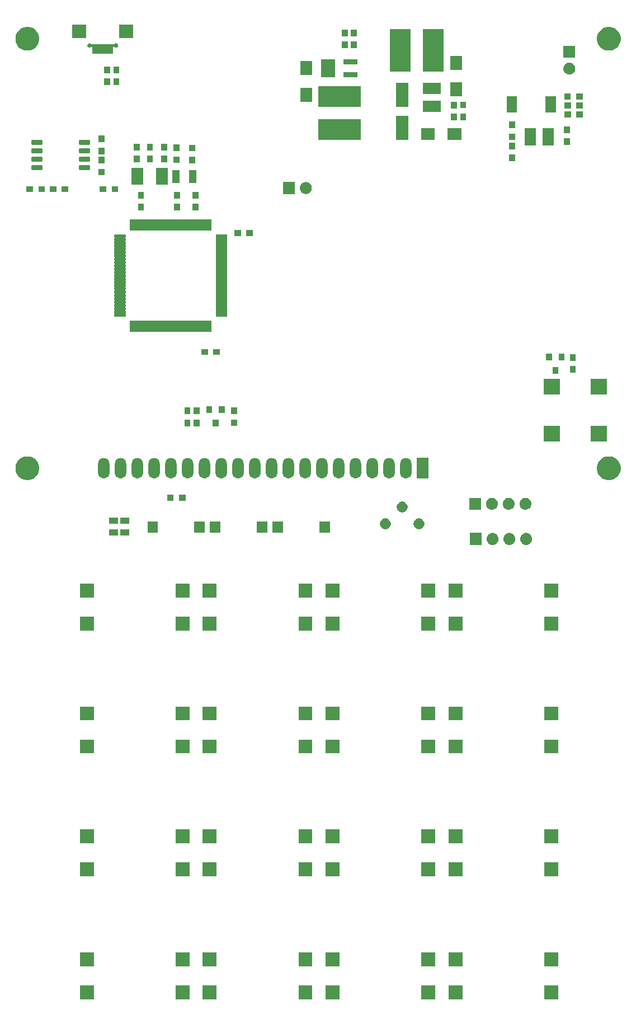
<source format=gbr>
G04 #@! TF.GenerationSoftware,KiCad,Pcbnew,5.0.2+dfsg1-1~bpo9+1*
G04 #@! TF.CreationDate,2019-07-30T16:59:57+07:00*
G04 #@! TF.ProjectId,edukate,6564756b-6174-4652-9e6b-696361645f70,rev?*
G04 #@! TF.SameCoordinates,Original*
G04 #@! TF.FileFunction,Soldermask,Top*
G04 #@! TF.FilePolarity,Negative*
%FSLAX46Y46*%
G04 Gerber Fmt 4.6, Leading zero omitted, Abs format (unit mm)*
G04 Created by KiCad (PCBNEW 5.0.2+dfsg1-1~bpo9+1) date Tue 30 Jul 2019 04:59:57 PM +07*
%MOMM*%
%LPD*%
G01*
G04 APERTURE LIST*
%ADD10C,0.100000*%
G04 APERTURE END LIST*
D10*
G36*
X144091000Y-173951000D02*
X141989000Y-173951000D01*
X141989000Y-171849000D01*
X144091000Y-171849000D01*
X144091000Y-173951000D01*
X144091000Y-173951000D01*
G37*
G36*
X110991000Y-173951000D02*
X108889000Y-173951000D01*
X108889000Y-171849000D01*
X110991000Y-171849000D01*
X110991000Y-173951000D01*
X110991000Y-173951000D01*
G37*
G36*
X125491000Y-173951000D02*
X123389000Y-173951000D01*
X123389000Y-171849000D01*
X125491000Y-171849000D01*
X125491000Y-173951000D01*
X125491000Y-173951000D01*
G37*
G36*
X106881000Y-173951000D02*
X104779000Y-173951000D01*
X104779000Y-171849000D01*
X106881000Y-171849000D01*
X106881000Y-173951000D01*
X106881000Y-173951000D01*
G37*
G36*
X92381000Y-173951000D02*
X90279000Y-173951000D01*
X90279000Y-171849000D01*
X92381000Y-171849000D01*
X92381000Y-173951000D01*
X92381000Y-173951000D01*
G37*
G36*
X73791000Y-173951000D02*
X71689000Y-173951000D01*
X71689000Y-171849000D01*
X73791000Y-171849000D01*
X73791000Y-173951000D01*
X73791000Y-173951000D01*
G37*
G36*
X88291000Y-173951000D02*
X86189000Y-173951000D01*
X86189000Y-171849000D01*
X88291000Y-171849000D01*
X88291000Y-173951000D01*
X88291000Y-173951000D01*
G37*
G36*
X129591000Y-173951000D02*
X127489000Y-173951000D01*
X127489000Y-171849000D01*
X129591000Y-171849000D01*
X129591000Y-173951000D01*
X129591000Y-173951000D01*
G37*
G36*
X125491000Y-168951000D02*
X123389000Y-168951000D01*
X123389000Y-166849000D01*
X125491000Y-166849000D01*
X125491000Y-168951000D01*
X125491000Y-168951000D01*
G37*
G36*
X88291000Y-168951000D02*
X86189000Y-168951000D01*
X86189000Y-166849000D01*
X88291000Y-166849000D01*
X88291000Y-168951000D01*
X88291000Y-168951000D01*
G37*
G36*
X73791000Y-168951000D02*
X71689000Y-168951000D01*
X71689000Y-166849000D01*
X73791000Y-166849000D01*
X73791000Y-168951000D01*
X73791000Y-168951000D01*
G37*
G36*
X129591000Y-168951000D02*
X127489000Y-168951000D01*
X127489000Y-166849000D01*
X129591000Y-166849000D01*
X129591000Y-168951000D01*
X129591000Y-168951000D01*
G37*
G36*
X92381000Y-168951000D02*
X90279000Y-168951000D01*
X90279000Y-166849000D01*
X92381000Y-166849000D01*
X92381000Y-168951000D01*
X92381000Y-168951000D01*
G37*
G36*
X106881000Y-168951000D02*
X104779000Y-168951000D01*
X104779000Y-166849000D01*
X106881000Y-166849000D01*
X106881000Y-168951000D01*
X106881000Y-168951000D01*
G37*
G36*
X110991000Y-168951000D02*
X108889000Y-168951000D01*
X108889000Y-166849000D01*
X110991000Y-166849000D01*
X110991000Y-168951000D01*
X110991000Y-168951000D01*
G37*
G36*
X144091000Y-168951000D02*
X141989000Y-168951000D01*
X141989000Y-166849000D01*
X144091000Y-166849000D01*
X144091000Y-168951000D01*
X144091000Y-168951000D01*
G37*
G36*
X92381000Y-155351000D02*
X90279000Y-155351000D01*
X90279000Y-153249000D01*
X92381000Y-153249000D01*
X92381000Y-155351000D01*
X92381000Y-155351000D01*
G37*
G36*
X73791000Y-155351000D02*
X71689000Y-155351000D01*
X71689000Y-153249000D01*
X73791000Y-153249000D01*
X73791000Y-155351000D01*
X73791000Y-155351000D01*
G37*
G36*
X106881000Y-155351000D02*
X104779000Y-155351000D01*
X104779000Y-153249000D01*
X106881000Y-153249000D01*
X106881000Y-155351000D01*
X106881000Y-155351000D01*
G37*
G36*
X88291000Y-155351000D02*
X86189000Y-155351000D01*
X86189000Y-153249000D01*
X88291000Y-153249000D01*
X88291000Y-155351000D01*
X88291000Y-155351000D01*
G37*
G36*
X110991000Y-155351000D02*
X108889000Y-155351000D01*
X108889000Y-153249000D01*
X110991000Y-153249000D01*
X110991000Y-155351000D01*
X110991000Y-155351000D01*
G37*
G36*
X125491000Y-155351000D02*
X123389000Y-155351000D01*
X123389000Y-153249000D01*
X125491000Y-153249000D01*
X125491000Y-155351000D01*
X125491000Y-155351000D01*
G37*
G36*
X129591000Y-155351000D02*
X127489000Y-155351000D01*
X127489000Y-153249000D01*
X129591000Y-153249000D01*
X129591000Y-155351000D01*
X129591000Y-155351000D01*
G37*
G36*
X144091000Y-155351000D02*
X141989000Y-155351000D01*
X141989000Y-153249000D01*
X144091000Y-153249000D01*
X144091000Y-155351000D01*
X144091000Y-155351000D01*
G37*
G36*
X144091000Y-150351000D02*
X141989000Y-150351000D01*
X141989000Y-148249000D01*
X144091000Y-148249000D01*
X144091000Y-150351000D01*
X144091000Y-150351000D01*
G37*
G36*
X129591000Y-150351000D02*
X127489000Y-150351000D01*
X127489000Y-148249000D01*
X129591000Y-148249000D01*
X129591000Y-150351000D01*
X129591000Y-150351000D01*
G37*
G36*
X110991000Y-150351000D02*
X108889000Y-150351000D01*
X108889000Y-148249000D01*
X110991000Y-148249000D01*
X110991000Y-150351000D01*
X110991000Y-150351000D01*
G37*
G36*
X125491000Y-150351000D02*
X123389000Y-150351000D01*
X123389000Y-148249000D01*
X125491000Y-148249000D01*
X125491000Y-150351000D01*
X125491000Y-150351000D01*
G37*
G36*
X106881000Y-150351000D02*
X104779000Y-150351000D01*
X104779000Y-148249000D01*
X106881000Y-148249000D01*
X106881000Y-150351000D01*
X106881000Y-150351000D01*
G37*
G36*
X92381000Y-150351000D02*
X90279000Y-150351000D01*
X90279000Y-148249000D01*
X92381000Y-148249000D01*
X92381000Y-150351000D01*
X92381000Y-150351000D01*
G37*
G36*
X73791000Y-150351000D02*
X71689000Y-150351000D01*
X71689000Y-148249000D01*
X73791000Y-148249000D01*
X73791000Y-150351000D01*
X73791000Y-150351000D01*
G37*
G36*
X88291000Y-150351000D02*
X86189000Y-150351000D01*
X86189000Y-148249000D01*
X88291000Y-148249000D01*
X88291000Y-150351000D01*
X88291000Y-150351000D01*
G37*
G36*
X106881000Y-136751000D02*
X104779000Y-136751000D01*
X104779000Y-134649000D01*
X106881000Y-134649000D01*
X106881000Y-136751000D01*
X106881000Y-136751000D01*
G37*
G36*
X88291000Y-136751000D02*
X86189000Y-136751000D01*
X86189000Y-134649000D01*
X88291000Y-134649000D01*
X88291000Y-136751000D01*
X88291000Y-136751000D01*
G37*
G36*
X125491000Y-136751000D02*
X123389000Y-136751000D01*
X123389000Y-134649000D01*
X125491000Y-134649000D01*
X125491000Y-136751000D01*
X125491000Y-136751000D01*
G37*
G36*
X144091000Y-136751000D02*
X141989000Y-136751000D01*
X141989000Y-134649000D01*
X144091000Y-134649000D01*
X144091000Y-136751000D01*
X144091000Y-136751000D01*
G37*
G36*
X129591000Y-136751000D02*
X127489000Y-136751000D01*
X127489000Y-134649000D01*
X129591000Y-134649000D01*
X129591000Y-136751000D01*
X129591000Y-136751000D01*
G37*
G36*
X73791000Y-136751000D02*
X71689000Y-136751000D01*
X71689000Y-134649000D01*
X73791000Y-134649000D01*
X73791000Y-136751000D01*
X73791000Y-136751000D01*
G37*
G36*
X92381000Y-136751000D02*
X90279000Y-136751000D01*
X90279000Y-134649000D01*
X92381000Y-134649000D01*
X92381000Y-136751000D01*
X92381000Y-136751000D01*
G37*
G36*
X110991000Y-136751000D02*
X108889000Y-136751000D01*
X108889000Y-134649000D01*
X110991000Y-134649000D01*
X110991000Y-136751000D01*
X110991000Y-136751000D01*
G37*
G36*
X129591000Y-131751000D02*
X127489000Y-131751000D01*
X127489000Y-129649000D01*
X129591000Y-129649000D01*
X129591000Y-131751000D01*
X129591000Y-131751000D01*
G37*
G36*
X144091000Y-131751000D02*
X141989000Y-131751000D01*
X141989000Y-129649000D01*
X144091000Y-129649000D01*
X144091000Y-131751000D01*
X144091000Y-131751000D01*
G37*
G36*
X73791000Y-131751000D02*
X71689000Y-131751000D01*
X71689000Y-129649000D01*
X73791000Y-129649000D01*
X73791000Y-131751000D01*
X73791000Y-131751000D01*
G37*
G36*
X88291000Y-131751000D02*
X86189000Y-131751000D01*
X86189000Y-129649000D01*
X88291000Y-129649000D01*
X88291000Y-131751000D01*
X88291000Y-131751000D01*
G37*
G36*
X110991000Y-131751000D02*
X108889000Y-131751000D01*
X108889000Y-129649000D01*
X110991000Y-129649000D01*
X110991000Y-131751000D01*
X110991000Y-131751000D01*
G37*
G36*
X125491000Y-131751000D02*
X123389000Y-131751000D01*
X123389000Y-129649000D01*
X125491000Y-129649000D01*
X125491000Y-131751000D01*
X125491000Y-131751000D01*
G37*
G36*
X92381000Y-131751000D02*
X90279000Y-131751000D01*
X90279000Y-129649000D01*
X92381000Y-129649000D01*
X92381000Y-131751000D01*
X92381000Y-131751000D01*
G37*
G36*
X106881000Y-131751000D02*
X104779000Y-131751000D01*
X104779000Y-129649000D01*
X106881000Y-129649000D01*
X106881000Y-131751000D01*
X106881000Y-131751000D01*
G37*
G36*
X106881000Y-118151000D02*
X104779000Y-118151000D01*
X104779000Y-116049000D01*
X106881000Y-116049000D01*
X106881000Y-118151000D01*
X106881000Y-118151000D01*
G37*
G36*
X110991000Y-118151000D02*
X108889000Y-118151000D01*
X108889000Y-116049000D01*
X110991000Y-116049000D01*
X110991000Y-118151000D01*
X110991000Y-118151000D01*
G37*
G36*
X92381000Y-118151000D02*
X90279000Y-118151000D01*
X90279000Y-116049000D01*
X92381000Y-116049000D01*
X92381000Y-118151000D01*
X92381000Y-118151000D01*
G37*
G36*
X144091000Y-118151000D02*
X141989000Y-118151000D01*
X141989000Y-116049000D01*
X144091000Y-116049000D01*
X144091000Y-118151000D01*
X144091000Y-118151000D01*
G37*
G36*
X88291000Y-118151000D02*
X86189000Y-118151000D01*
X86189000Y-116049000D01*
X88291000Y-116049000D01*
X88291000Y-118151000D01*
X88291000Y-118151000D01*
G37*
G36*
X129591000Y-118151000D02*
X127489000Y-118151000D01*
X127489000Y-116049000D01*
X129591000Y-116049000D01*
X129591000Y-118151000D01*
X129591000Y-118151000D01*
G37*
G36*
X73791000Y-118151000D02*
X71689000Y-118151000D01*
X71689000Y-116049000D01*
X73791000Y-116049000D01*
X73791000Y-118151000D01*
X73791000Y-118151000D01*
G37*
G36*
X125491000Y-118151000D02*
X123389000Y-118151000D01*
X123389000Y-116049000D01*
X125491000Y-116049000D01*
X125491000Y-118151000D01*
X125491000Y-118151000D01*
G37*
G36*
X144091000Y-113151000D02*
X141989000Y-113151000D01*
X141989000Y-111049000D01*
X144091000Y-111049000D01*
X144091000Y-113151000D01*
X144091000Y-113151000D01*
G37*
G36*
X110991000Y-113151000D02*
X108889000Y-113151000D01*
X108889000Y-111049000D01*
X110991000Y-111049000D01*
X110991000Y-113151000D01*
X110991000Y-113151000D01*
G37*
G36*
X106881000Y-113151000D02*
X104779000Y-113151000D01*
X104779000Y-111049000D01*
X106881000Y-111049000D01*
X106881000Y-113151000D01*
X106881000Y-113151000D01*
G37*
G36*
X125491000Y-113151000D02*
X123389000Y-113151000D01*
X123389000Y-111049000D01*
X125491000Y-111049000D01*
X125491000Y-113151000D01*
X125491000Y-113151000D01*
G37*
G36*
X73791000Y-113151000D02*
X71689000Y-113151000D01*
X71689000Y-111049000D01*
X73791000Y-111049000D01*
X73791000Y-113151000D01*
X73791000Y-113151000D01*
G37*
G36*
X129591000Y-113151000D02*
X127489000Y-113151000D01*
X127489000Y-111049000D01*
X129591000Y-111049000D01*
X129591000Y-113151000D01*
X129591000Y-113151000D01*
G37*
G36*
X88291000Y-113151000D02*
X86189000Y-113151000D01*
X86189000Y-111049000D01*
X88291000Y-111049000D01*
X88291000Y-113151000D01*
X88291000Y-113151000D01*
G37*
G36*
X92381000Y-113151000D02*
X90279000Y-113151000D01*
X90279000Y-111049000D01*
X92381000Y-111049000D01*
X92381000Y-113151000D01*
X92381000Y-113151000D01*
G37*
G36*
X134260442Y-103395518D02*
X134326627Y-103402037D01*
X134439853Y-103436384D01*
X134496467Y-103453557D01*
X134635087Y-103527652D01*
X134652991Y-103537222D01*
X134688729Y-103566552D01*
X134790186Y-103649814D01*
X134873448Y-103751271D01*
X134902778Y-103787009D01*
X134902779Y-103787011D01*
X134986443Y-103943533D01*
X134986443Y-103943534D01*
X135037963Y-104113373D01*
X135055359Y-104290000D01*
X135037963Y-104466627D01*
X135003616Y-104579853D01*
X134986443Y-104636467D01*
X134912348Y-104775087D01*
X134902778Y-104792991D01*
X134873448Y-104828729D01*
X134790186Y-104930186D01*
X134688729Y-105013448D01*
X134652991Y-105042778D01*
X134652989Y-105042779D01*
X134496467Y-105126443D01*
X134439853Y-105143616D01*
X134326627Y-105177963D01*
X134260443Y-105184481D01*
X134194260Y-105191000D01*
X134105740Y-105191000D01*
X134039557Y-105184481D01*
X133973373Y-105177963D01*
X133860147Y-105143616D01*
X133803533Y-105126443D01*
X133647011Y-105042779D01*
X133647009Y-105042778D01*
X133611271Y-105013448D01*
X133509814Y-104930186D01*
X133426552Y-104828729D01*
X133397222Y-104792991D01*
X133387652Y-104775087D01*
X133313557Y-104636467D01*
X133296384Y-104579853D01*
X133262037Y-104466627D01*
X133244641Y-104290000D01*
X133262037Y-104113373D01*
X133313557Y-103943534D01*
X133313557Y-103943533D01*
X133397221Y-103787011D01*
X133397222Y-103787009D01*
X133426552Y-103751271D01*
X133509814Y-103649814D01*
X133611271Y-103566552D01*
X133647009Y-103537222D01*
X133664913Y-103527652D01*
X133803533Y-103453557D01*
X133860147Y-103436384D01*
X133973373Y-103402037D01*
X134039558Y-103395518D01*
X134105740Y-103389000D01*
X134194260Y-103389000D01*
X134260442Y-103395518D01*
X134260442Y-103395518D01*
G37*
G36*
X136800442Y-103395518D02*
X136866627Y-103402037D01*
X136979853Y-103436384D01*
X137036467Y-103453557D01*
X137175087Y-103527652D01*
X137192991Y-103537222D01*
X137228729Y-103566552D01*
X137330186Y-103649814D01*
X137413448Y-103751271D01*
X137442778Y-103787009D01*
X137442779Y-103787011D01*
X137526443Y-103943533D01*
X137526443Y-103943534D01*
X137577963Y-104113373D01*
X137595359Y-104290000D01*
X137577963Y-104466627D01*
X137543616Y-104579853D01*
X137526443Y-104636467D01*
X137452348Y-104775087D01*
X137442778Y-104792991D01*
X137413448Y-104828729D01*
X137330186Y-104930186D01*
X137228729Y-105013448D01*
X137192991Y-105042778D01*
X137192989Y-105042779D01*
X137036467Y-105126443D01*
X136979853Y-105143616D01*
X136866627Y-105177963D01*
X136800443Y-105184481D01*
X136734260Y-105191000D01*
X136645740Y-105191000D01*
X136579557Y-105184481D01*
X136513373Y-105177963D01*
X136400147Y-105143616D01*
X136343533Y-105126443D01*
X136187011Y-105042779D01*
X136187009Y-105042778D01*
X136151271Y-105013448D01*
X136049814Y-104930186D01*
X135966552Y-104828729D01*
X135937222Y-104792991D01*
X135927652Y-104775087D01*
X135853557Y-104636467D01*
X135836384Y-104579853D01*
X135802037Y-104466627D01*
X135784641Y-104290000D01*
X135802037Y-104113373D01*
X135853557Y-103943534D01*
X135853557Y-103943533D01*
X135937221Y-103787011D01*
X135937222Y-103787009D01*
X135966552Y-103751271D01*
X136049814Y-103649814D01*
X136151271Y-103566552D01*
X136187009Y-103537222D01*
X136204913Y-103527652D01*
X136343533Y-103453557D01*
X136400147Y-103436384D01*
X136513373Y-103402037D01*
X136579558Y-103395518D01*
X136645740Y-103389000D01*
X136734260Y-103389000D01*
X136800442Y-103395518D01*
X136800442Y-103395518D01*
G37*
G36*
X139340442Y-103395518D02*
X139406627Y-103402037D01*
X139519853Y-103436384D01*
X139576467Y-103453557D01*
X139715087Y-103527652D01*
X139732991Y-103537222D01*
X139768729Y-103566552D01*
X139870186Y-103649814D01*
X139953448Y-103751271D01*
X139982778Y-103787009D01*
X139982779Y-103787011D01*
X140066443Y-103943533D01*
X140066443Y-103943534D01*
X140117963Y-104113373D01*
X140135359Y-104290000D01*
X140117963Y-104466627D01*
X140083616Y-104579853D01*
X140066443Y-104636467D01*
X139992348Y-104775087D01*
X139982778Y-104792991D01*
X139953448Y-104828729D01*
X139870186Y-104930186D01*
X139768729Y-105013448D01*
X139732991Y-105042778D01*
X139732989Y-105042779D01*
X139576467Y-105126443D01*
X139519853Y-105143616D01*
X139406627Y-105177963D01*
X139340443Y-105184481D01*
X139274260Y-105191000D01*
X139185740Y-105191000D01*
X139119557Y-105184481D01*
X139053373Y-105177963D01*
X138940147Y-105143616D01*
X138883533Y-105126443D01*
X138727011Y-105042779D01*
X138727009Y-105042778D01*
X138691271Y-105013448D01*
X138589814Y-104930186D01*
X138506552Y-104828729D01*
X138477222Y-104792991D01*
X138467652Y-104775087D01*
X138393557Y-104636467D01*
X138376384Y-104579853D01*
X138342037Y-104466627D01*
X138324641Y-104290000D01*
X138342037Y-104113373D01*
X138393557Y-103943534D01*
X138393557Y-103943533D01*
X138477221Y-103787011D01*
X138477222Y-103787009D01*
X138506552Y-103751271D01*
X138589814Y-103649814D01*
X138691271Y-103566552D01*
X138727009Y-103537222D01*
X138744913Y-103527652D01*
X138883533Y-103453557D01*
X138940147Y-103436384D01*
X139053373Y-103402037D01*
X139119558Y-103395518D01*
X139185740Y-103389000D01*
X139274260Y-103389000D01*
X139340442Y-103395518D01*
X139340442Y-103395518D01*
G37*
G36*
X132511000Y-105191000D02*
X130709000Y-105191000D01*
X130709000Y-103389000D01*
X132511000Y-103389000D01*
X132511000Y-105191000D01*
X132511000Y-105191000D01*
G37*
G36*
X77481000Y-103771000D02*
X76129000Y-103771000D01*
X76129000Y-102869000D01*
X77481000Y-102869000D01*
X77481000Y-103771000D01*
X77481000Y-103771000D01*
G37*
G36*
X79131000Y-103771000D02*
X77779000Y-103771000D01*
X77779000Y-102869000D01*
X79131000Y-102869000D01*
X79131000Y-103771000D01*
X79131000Y-103771000D01*
G37*
G36*
X109551000Y-103391000D02*
X107949000Y-103391000D01*
X107949000Y-101689000D01*
X109551000Y-101689000D01*
X109551000Y-103391000D01*
X109551000Y-103391000D01*
G37*
G36*
X83511000Y-103391000D02*
X81909000Y-103391000D01*
X81909000Y-101689000D01*
X83511000Y-101689000D01*
X83511000Y-103391000D01*
X83511000Y-103391000D01*
G37*
G36*
X100051000Y-103391000D02*
X98449000Y-103391000D01*
X98449000Y-101689000D01*
X100051000Y-101689000D01*
X100051000Y-103391000D01*
X100051000Y-103391000D01*
G37*
G36*
X92961000Y-103391000D02*
X91359000Y-103391000D01*
X91359000Y-101689000D01*
X92961000Y-101689000D01*
X92961000Y-103391000D01*
X92961000Y-103391000D01*
G37*
G36*
X102461000Y-103391000D02*
X100859000Y-103391000D01*
X100859000Y-101689000D01*
X102461000Y-101689000D01*
X102461000Y-103391000D01*
X102461000Y-103391000D01*
G37*
G36*
X90601000Y-103391000D02*
X88999000Y-103391000D01*
X88999000Y-101689000D01*
X90601000Y-101689000D01*
X90601000Y-103391000D01*
X90601000Y-103391000D01*
G37*
G36*
X118167142Y-101218242D02*
X118315102Y-101279530D01*
X118448258Y-101368502D01*
X118561498Y-101481742D01*
X118650470Y-101614898D01*
X118711758Y-101762858D01*
X118743000Y-101919925D01*
X118743000Y-102080075D01*
X118711758Y-102237142D01*
X118650470Y-102385102D01*
X118561498Y-102518258D01*
X118448258Y-102631498D01*
X118315102Y-102720470D01*
X118167142Y-102781758D01*
X118010075Y-102813000D01*
X117849925Y-102813000D01*
X117692858Y-102781758D01*
X117544898Y-102720470D01*
X117411742Y-102631498D01*
X117298502Y-102518258D01*
X117209530Y-102385102D01*
X117148242Y-102237142D01*
X117117000Y-102080075D01*
X117117000Y-101919925D01*
X117148242Y-101762858D01*
X117209530Y-101614898D01*
X117298502Y-101481742D01*
X117411742Y-101368502D01*
X117544898Y-101279530D01*
X117692858Y-101218242D01*
X117849925Y-101187000D01*
X118010075Y-101187000D01*
X118167142Y-101218242D01*
X118167142Y-101218242D01*
G37*
G36*
X123247142Y-101218242D02*
X123395102Y-101279530D01*
X123528258Y-101368502D01*
X123641498Y-101481742D01*
X123730470Y-101614898D01*
X123791758Y-101762858D01*
X123823000Y-101919925D01*
X123823000Y-102080075D01*
X123791758Y-102237142D01*
X123730470Y-102385102D01*
X123641498Y-102518258D01*
X123528258Y-102631498D01*
X123395102Y-102720470D01*
X123247142Y-102781758D01*
X123090075Y-102813000D01*
X122929925Y-102813000D01*
X122772858Y-102781758D01*
X122624898Y-102720470D01*
X122491742Y-102631498D01*
X122378502Y-102518258D01*
X122289530Y-102385102D01*
X122228242Y-102237142D01*
X122197000Y-102080075D01*
X122197000Y-101919925D01*
X122228242Y-101762858D01*
X122289530Y-101614898D01*
X122378502Y-101481742D01*
X122491742Y-101368502D01*
X122624898Y-101279530D01*
X122772858Y-101218242D01*
X122929925Y-101187000D01*
X123090075Y-101187000D01*
X123247142Y-101218242D01*
X123247142Y-101218242D01*
G37*
G36*
X77481000Y-101971000D02*
X76129000Y-101971000D01*
X76129000Y-101069000D01*
X77481000Y-101069000D01*
X77481000Y-101971000D01*
X77481000Y-101971000D01*
G37*
G36*
X79131000Y-101971000D02*
X77779000Y-101971000D01*
X77779000Y-101069000D01*
X79131000Y-101069000D01*
X79131000Y-101971000D01*
X79131000Y-101971000D01*
G37*
G36*
X120707142Y-98678242D02*
X120855102Y-98739530D01*
X120922130Y-98784317D01*
X120988257Y-98828501D01*
X121101499Y-98941743D01*
X121145683Y-99007870D01*
X121190470Y-99074898D01*
X121251758Y-99222858D01*
X121283000Y-99379925D01*
X121283000Y-99540075D01*
X121251758Y-99697142D01*
X121190470Y-99845102D01*
X121101498Y-99978258D01*
X120988258Y-100091498D01*
X120855102Y-100180470D01*
X120707142Y-100241758D01*
X120550075Y-100273000D01*
X120389925Y-100273000D01*
X120232858Y-100241758D01*
X120084898Y-100180470D01*
X119951742Y-100091498D01*
X119838502Y-99978258D01*
X119749530Y-99845102D01*
X119688242Y-99697142D01*
X119657000Y-99540075D01*
X119657000Y-99379925D01*
X119688242Y-99222858D01*
X119749530Y-99074898D01*
X119794317Y-99007870D01*
X119838501Y-98941743D01*
X119951743Y-98828501D01*
X120017870Y-98784317D01*
X120084898Y-98739530D01*
X120232858Y-98678242D01*
X120389925Y-98647000D01*
X120550075Y-98647000D01*
X120707142Y-98678242D01*
X120707142Y-98678242D01*
G37*
G36*
X134160442Y-98075518D02*
X134226627Y-98082037D01*
X134339853Y-98116384D01*
X134396467Y-98133557D01*
X134535087Y-98207652D01*
X134552991Y-98217222D01*
X134588729Y-98246552D01*
X134690186Y-98329814D01*
X134773448Y-98431271D01*
X134802778Y-98467009D01*
X134802779Y-98467011D01*
X134886443Y-98623533D01*
X134886443Y-98623534D01*
X134937963Y-98793373D01*
X134955359Y-98970000D01*
X134937963Y-99146627D01*
X134903616Y-99259853D01*
X134886443Y-99316467D01*
X134852523Y-99379925D01*
X134802778Y-99472991D01*
X134773448Y-99508729D01*
X134690186Y-99610186D01*
X134588729Y-99693448D01*
X134552991Y-99722778D01*
X134552989Y-99722779D01*
X134396467Y-99806443D01*
X134339853Y-99823616D01*
X134226627Y-99857963D01*
X134160443Y-99864481D01*
X134094260Y-99871000D01*
X134005740Y-99871000D01*
X133939557Y-99864481D01*
X133873373Y-99857963D01*
X133760147Y-99823616D01*
X133703533Y-99806443D01*
X133547011Y-99722779D01*
X133547009Y-99722778D01*
X133511271Y-99693448D01*
X133409814Y-99610186D01*
X133326552Y-99508729D01*
X133297222Y-99472991D01*
X133247477Y-99379925D01*
X133213557Y-99316467D01*
X133196384Y-99259853D01*
X133162037Y-99146627D01*
X133144641Y-98970000D01*
X133162037Y-98793373D01*
X133213557Y-98623534D01*
X133213557Y-98623533D01*
X133297221Y-98467011D01*
X133297222Y-98467009D01*
X133326552Y-98431271D01*
X133409814Y-98329814D01*
X133511271Y-98246552D01*
X133547009Y-98217222D01*
X133564913Y-98207652D01*
X133703533Y-98133557D01*
X133760147Y-98116384D01*
X133873373Y-98082037D01*
X133939558Y-98075518D01*
X134005740Y-98069000D01*
X134094260Y-98069000D01*
X134160442Y-98075518D01*
X134160442Y-98075518D01*
G37*
G36*
X132411000Y-99871000D02*
X130609000Y-99871000D01*
X130609000Y-98069000D01*
X132411000Y-98069000D01*
X132411000Y-99871000D01*
X132411000Y-99871000D01*
G37*
G36*
X136700442Y-98075518D02*
X136766627Y-98082037D01*
X136879853Y-98116384D01*
X136936467Y-98133557D01*
X137075087Y-98207652D01*
X137092991Y-98217222D01*
X137128729Y-98246552D01*
X137230186Y-98329814D01*
X137313448Y-98431271D01*
X137342778Y-98467009D01*
X137342779Y-98467011D01*
X137426443Y-98623533D01*
X137426443Y-98623534D01*
X137477963Y-98793373D01*
X137495359Y-98970000D01*
X137477963Y-99146627D01*
X137443616Y-99259853D01*
X137426443Y-99316467D01*
X137392523Y-99379925D01*
X137342778Y-99472991D01*
X137313448Y-99508729D01*
X137230186Y-99610186D01*
X137128729Y-99693448D01*
X137092991Y-99722778D01*
X137092989Y-99722779D01*
X136936467Y-99806443D01*
X136879853Y-99823616D01*
X136766627Y-99857963D01*
X136700443Y-99864481D01*
X136634260Y-99871000D01*
X136545740Y-99871000D01*
X136479557Y-99864481D01*
X136413373Y-99857963D01*
X136300147Y-99823616D01*
X136243533Y-99806443D01*
X136087011Y-99722779D01*
X136087009Y-99722778D01*
X136051271Y-99693448D01*
X135949814Y-99610186D01*
X135866552Y-99508729D01*
X135837222Y-99472991D01*
X135787477Y-99379925D01*
X135753557Y-99316467D01*
X135736384Y-99259853D01*
X135702037Y-99146627D01*
X135684641Y-98970000D01*
X135702037Y-98793373D01*
X135753557Y-98623534D01*
X135753557Y-98623533D01*
X135837221Y-98467011D01*
X135837222Y-98467009D01*
X135866552Y-98431271D01*
X135949814Y-98329814D01*
X136051271Y-98246552D01*
X136087009Y-98217222D01*
X136104913Y-98207652D01*
X136243533Y-98133557D01*
X136300147Y-98116384D01*
X136413373Y-98082037D01*
X136479558Y-98075518D01*
X136545740Y-98069000D01*
X136634260Y-98069000D01*
X136700442Y-98075518D01*
X136700442Y-98075518D01*
G37*
G36*
X139240442Y-98075518D02*
X139306627Y-98082037D01*
X139419853Y-98116384D01*
X139476467Y-98133557D01*
X139615087Y-98207652D01*
X139632991Y-98217222D01*
X139668729Y-98246552D01*
X139770186Y-98329814D01*
X139853448Y-98431271D01*
X139882778Y-98467009D01*
X139882779Y-98467011D01*
X139966443Y-98623533D01*
X139966443Y-98623534D01*
X140017963Y-98793373D01*
X140035359Y-98970000D01*
X140017963Y-99146627D01*
X139983616Y-99259853D01*
X139966443Y-99316467D01*
X139932523Y-99379925D01*
X139882778Y-99472991D01*
X139853448Y-99508729D01*
X139770186Y-99610186D01*
X139668729Y-99693448D01*
X139632991Y-99722778D01*
X139632989Y-99722779D01*
X139476467Y-99806443D01*
X139419853Y-99823616D01*
X139306627Y-99857963D01*
X139240443Y-99864481D01*
X139174260Y-99871000D01*
X139085740Y-99871000D01*
X139019557Y-99864481D01*
X138953373Y-99857963D01*
X138840147Y-99823616D01*
X138783533Y-99806443D01*
X138627011Y-99722779D01*
X138627009Y-99722778D01*
X138591271Y-99693448D01*
X138489814Y-99610186D01*
X138406552Y-99508729D01*
X138377222Y-99472991D01*
X138327477Y-99379925D01*
X138293557Y-99316467D01*
X138276384Y-99259853D01*
X138242037Y-99146627D01*
X138224641Y-98970000D01*
X138242037Y-98793373D01*
X138293557Y-98623534D01*
X138293557Y-98623533D01*
X138377221Y-98467011D01*
X138377222Y-98467009D01*
X138406552Y-98431271D01*
X138489814Y-98329814D01*
X138591271Y-98246552D01*
X138627009Y-98217222D01*
X138644913Y-98207652D01*
X138783533Y-98133557D01*
X138840147Y-98116384D01*
X138953373Y-98082037D01*
X139019558Y-98075518D01*
X139085740Y-98069000D01*
X139174260Y-98069000D01*
X139240442Y-98075518D01*
X139240442Y-98075518D01*
G37*
G36*
X85871000Y-98541000D02*
X84869000Y-98541000D01*
X84869000Y-97639000D01*
X85871000Y-97639000D01*
X85871000Y-98541000D01*
X85871000Y-98541000D01*
G37*
G36*
X87671000Y-98541000D02*
X86669000Y-98541000D01*
X86669000Y-97639000D01*
X87671000Y-97639000D01*
X87671000Y-98541000D01*
X87671000Y-98541000D01*
G37*
G36*
X152265331Y-91868211D02*
X152593092Y-92003974D01*
X152888073Y-92201074D01*
X153138926Y-92451927D01*
X153336026Y-92746908D01*
X153471789Y-93074669D01*
X153541000Y-93422616D01*
X153541000Y-93777384D01*
X153471789Y-94125331D01*
X153336026Y-94453092D01*
X153138926Y-94748073D01*
X152888073Y-94998926D01*
X152593092Y-95196026D01*
X152265331Y-95331789D01*
X151917384Y-95401000D01*
X151562616Y-95401000D01*
X151214669Y-95331789D01*
X150886908Y-95196026D01*
X150591927Y-94998926D01*
X150341074Y-94748073D01*
X150143974Y-94453092D01*
X150008211Y-94125331D01*
X149939000Y-93777384D01*
X149939000Y-93422616D01*
X150008211Y-93074669D01*
X150143974Y-92746908D01*
X150341074Y-92451927D01*
X150591927Y-92201074D01*
X150886908Y-92003974D01*
X151214669Y-91868211D01*
X151562616Y-91799000D01*
X151917384Y-91799000D01*
X152265331Y-91868211D01*
X152265331Y-91868211D01*
G37*
G36*
X64265331Y-91868211D02*
X64593092Y-92003974D01*
X64888073Y-92201074D01*
X65138926Y-92451927D01*
X65336026Y-92746908D01*
X65471789Y-93074669D01*
X65541000Y-93422616D01*
X65541000Y-93777384D01*
X65471789Y-94125331D01*
X65336026Y-94453092D01*
X65138926Y-94748073D01*
X64888073Y-94998926D01*
X64593092Y-95196026D01*
X64265331Y-95331789D01*
X63917384Y-95401000D01*
X63562616Y-95401000D01*
X63214669Y-95331789D01*
X62886908Y-95196026D01*
X62591927Y-94998926D01*
X62341074Y-94748073D01*
X62143974Y-94453092D01*
X62008211Y-94125331D01*
X61939000Y-93777384D01*
X61939000Y-93422616D01*
X62008211Y-93074669D01*
X62143974Y-92746908D01*
X62341074Y-92451927D01*
X62591927Y-92201074D01*
X62886908Y-92003974D01*
X63214669Y-91868211D01*
X63562616Y-91799000D01*
X63917384Y-91799000D01*
X64265331Y-91868211D01*
X64265331Y-91868211D01*
G37*
G36*
X80546820Y-92061313D02*
X80546823Y-92061314D01*
X80546824Y-92061314D01*
X80707238Y-92109975D01*
X80707240Y-92109976D01*
X80707243Y-92109977D01*
X80855078Y-92188995D01*
X80984659Y-92295341D01*
X81091005Y-92424922D01*
X81170023Y-92572756D01*
X81218687Y-92733179D01*
X81231000Y-92858196D01*
X81231000Y-94341804D01*
X81218687Y-94466821D01*
X81170023Y-94627244D01*
X81091005Y-94775078D01*
X80984659Y-94904659D01*
X80855078Y-95011005D01*
X80707244Y-95090023D01*
X80707241Y-95090024D01*
X80707239Y-95090025D01*
X80546825Y-95138686D01*
X80546824Y-95138686D01*
X80546821Y-95138687D01*
X80380000Y-95155117D01*
X80213180Y-95138687D01*
X80213177Y-95138686D01*
X80213176Y-95138686D01*
X80052762Y-95090025D01*
X80052760Y-95090024D01*
X80052757Y-95090023D01*
X79904923Y-95011005D01*
X79775342Y-94904659D01*
X79668996Y-94775078D01*
X79589978Y-94627244D01*
X79541314Y-94466821D01*
X79529001Y-94341804D01*
X79529000Y-92858197D01*
X79541313Y-92733180D01*
X79541314Y-92733176D01*
X79589975Y-92572762D01*
X79589976Y-92572760D01*
X79589977Y-92572757D01*
X79668995Y-92424922D01*
X79775341Y-92295341D01*
X79904922Y-92188995D01*
X80052756Y-92109977D01*
X80052759Y-92109976D01*
X80052761Y-92109975D01*
X80213175Y-92061314D01*
X80213176Y-92061314D01*
X80213179Y-92061313D01*
X80380000Y-92044883D01*
X80546820Y-92061313D01*
X80546820Y-92061313D01*
G37*
G36*
X75466820Y-92061313D02*
X75466823Y-92061314D01*
X75466824Y-92061314D01*
X75627238Y-92109975D01*
X75627240Y-92109976D01*
X75627243Y-92109977D01*
X75775078Y-92188995D01*
X75904659Y-92295341D01*
X76011005Y-92424922D01*
X76090023Y-92572756D01*
X76138687Y-92733179D01*
X76151000Y-92858196D01*
X76151000Y-94341804D01*
X76138687Y-94466821D01*
X76090023Y-94627244D01*
X76011005Y-94775078D01*
X75904659Y-94904659D01*
X75775078Y-95011005D01*
X75627244Y-95090023D01*
X75627241Y-95090024D01*
X75627239Y-95090025D01*
X75466825Y-95138686D01*
X75466824Y-95138686D01*
X75466821Y-95138687D01*
X75300000Y-95155117D01*
X75133180Y-95138687D01*
X75133177Y-95138686D01*
X75133176Y-95138686D01*
X74972762Y-95090025D01*
X74972760Y-95090024D01*
X74972757Y-95090023D01*
X74824923Y-95011005D01*
X74695342Y-94904659D01*
X74588996Y-94775078D01*
X74509978Y-94627244D01*
X74461314Y-94466821D01*
X74449001Y-94341804D01*
X74449000Y-92858197D01*
X74461313Y-92733180D01*
X74461314Y-92733176D01*
X74509975Y-92572762D01*
X74509976Y-92572760D01*
X74509977Y-92572757D01*
X74588995Y-92424922D01*
X74695341Y-92295341D01*
X74824922Y-92188995D01*
X74972756Y-92109977D01*
X74972759Y-92109976D01*
X74972761Y-92109975D01*
X75133175Y-92061314D01*
X75133176Y-92061314D01*
X75133179Y-92061313D01*
X75300000Y-92044883D01*
X75466820Y-92061313D01*
X75466820Y-92061313D01*
G37*
G36*
X78006820Y-92061313D02*
X78006823Y-92061314D01*
X78006824Y-92061314D01*
X78167238Y-92109975D01*
X78167240Y-92109976D01*
X78167243Y-92109977D01*
X78315078Y-92188995D01*
X78444659Y-92295341D01*
X78551005Y-92424922D01*
X78630023Y-92572756D01*
X78678687Y-92733179D01*
X78691000Y-92858196D01*
X78691000Y-94341804D01*
X78678687Y-94466821D01*
X78630023Y-94627244D01*
X78551005Y-94775078D01*
X78444659Y-94904659D01*
X78315078Y-95011005D01*
X78167244Y-95090023D01*
X78167241Y-95090024D01*
X78167239Y-95090025D01*
X78006825Y-95138686D01*
X78006824Y-95138686D01*
X78006821Y-95138687D01*
X77840000Y-95155117D01*
X77673180Y-95138687D01*
X77673177Y-95138686D01*
X77673176Y-95138686D01*
X77512762Y-95090025D01*
X77512760Y-95090024D01*
X77512757Y-95090023D01*
X77364923Y-95011005D01*
X77235342Y-94904659D01*
X77128996Y-94775078D01*
X77049978Y-94627244D01*
X77001314Y-94466821D01*
X76989001Y-94341804D01*
X76989000Y-92858197D01*
X77001313Y-92733180D01*
X77001314Y-92733176D01*
X77049975Y-92572762D01*
X77049976Y-92572760D01*
X77049977Y-92572757D01*
X77128995Y-92424922D01*
X77235341Y-92295341D01*
X77364922Y-92188995D01*
X77512756Y-92109977D01*
X77512759Y-92109976D01*
X77512761Y-92109975D01*
X77673175Y-92061314D01*
X77673176Y-92061314D01*
X77673179Y-92061313D01*
X77840000Y-92044883D01*
X78006820Y-92061313D01*
X78006820Y-92061313D01*
G37*
G36*
X83086820Y-92061313D02*
X83086823Y-92061314D01*
X83086824Y-92061314D01*
X83247238Y-92109975D01*
X83247240Y-92109976D01*
X83247243Y-92109977D01*
X83395078Y-92188995D01*
X83524659Y-92295341D01*
X83631005Y-92424922D01*
X83710023Y-92572756D01*
X83758687Y-92733179D01*
X83771000Y-92858196D01*
X83771000Y-94341804D01*
X83758687Y-94466821D01*
X83710023Y-94627244D01*
X83631005Y-94775078D01*
X83524659Y-94904659D01*
X83395078Y-95011005D01*
X83247244Y-95090023D01*
X83247241Y-95090024D01*
X83247239Y-95090025D01*
X83086825Y-95138686D01*
X83086824Y-95138686D01*
X83086821Y-95138687D01*
X82920000Y-95155117D01*
X82753180Y-95138687D01*
X82753177Y-95138686D01*
X82753176Y-95138686D01*
X82592762Y-95090025D01*
X82592760Y-95090024D01*
X82592757Y-95090023D01*
X82444923Y-95011005D01*
X82315342Y-94904659D01*
X82208996Y-94775078D01*
X82129978Y-94627244D01*
X82081314Y-94466821D01*
X82069001Y-94341804D01*
X82069000Y-92858197D01*
X82081313Y-92733180D01*
X82081314Y-92733176D01*
X82129975Y-92572762D01*
X82129976Y-92572760D01*
X82129977Y-92572757D01*
X82208995Y-92424922D01*
X82315341Y-92295341D01*
X82444922Y-92188995D01*
X82592756Y-92109977D01*
X82592759Y-92109976D01*
X82592761Y-92109975D01*
X82753175Y-92061314D01*
X82753176Y-92061314D01*
X82753179Y-92061313D01*
X82920000Y-92044883D01*
X83086820Y-92061313D01*
X83086820Y-92061313D01*
G37*
G36*
X85626820Y-92061313D02*
X85626823Y-92061314D01*
X85626824Y-92061314D01*
X85787238Y-92109975D01*
X85787240Y-92109976D01*
X85787243Y-92109977D01*
X85935078Y-92188995D01*
X86064659Y-92295341D01*
X86171005Y-92424922D01*
X86250023Y-92572756D01*
X86298687Y-92733179D01*
X86311000Y-92858196D01*
X86311000Y-94341804D01*
X86298687Y-94466821D01*
X86250023Y-94627244D01*
X86171005Y-94775078D01*
X86064659Y-94904659D01*
X85935078Y-95011005D01*
X85787244Y-95090023D01*
X85787241Y-95090024D01*
X85787239Y-95090025D01*
X85626825Y-95138686D01*
X85626824Y-95138686D01*
X85626821Y-95138687D01*
X85460000Y-95155117D01*
X85293180Y-95138687D01*
X85293177Y-95138686D01*
X85293176Y-95138686D01*
X85132762Y-95090025D01*
X85132760Y-95090024D01*
X85132757Y-95090023D01*
X84984923Y-95011005D01*
X84855342Y-94904659D01*
X84748996Y-94775078D01*
X84669978Y-94627244D01*
X84621314Y-94466821D01*
X84609001Y-94341804D01*
X84609000Y-92858197D01*
X84621313Y-92733180D01*
X84621314Y-92733176D01*
X84669975Y-92572762D01*
X84669976Y-92572760D01*
X84669977Y-92572757D01*
X84748995Y-92424922D01*
X84855341Y-92295341D01*
X84984922Y-92188995D01*
X85132756Y-92109977D01*
X85132759Y-92109976D01*
X85132761Y-92109975D01*
X85293175Y-92061314D01*
X85293176Y-92061314D01*
X85293179Y-92061313D01*
X85460000Y-92044883D01*
X85626820Y-92061313D01*
X85626820Y-92061313D01*
G37*
G36*
X88166820Y-92061313D02*
X88166823Y-92061314D01*
X88166824Y-92061314D01*
X88327238Y-92109975D01*
X88327240Y-92109976D01*
X88327243Y-92109977D01*
X88475078Y-92188995D01*
X88604659Y-92295341D01*
X88711005Y-92424922D01*
X88790023Y-92572756D01*
X88838687Y-92733179D01*
X88851000Y-92858196D01*
X88851000Y-94341804D01*
X88838687Y-94466821D01*
X88790023Y-94627244D01*
X88711005Y-94775078D01*
X88604659Y-94904659D01*
X88475078Y-95011005D01*
X88327244Y-95090023D01*
X88327241Y-95090024D01*
X88327239Y-95090025D01*
X88166825Y-95138686D01*
X88166824Y-95138686D01*
X88166821Y-95138687D01*
X88000000Y-95155117D01*
X87833180Y-95138687D01*
X87833177Y-95138686D01*
X87833176Y-95138686D01*
X87672762Y-95090025D01*
X87672760Y-95090024D01*
X87672757Y-95090023D01*
X87524923Y-95011005D01*
X87395342Y-94904659D01*
X87288996Y-94775078D01*
X87209978Y-94627244D01*
X87161314Y-94466821D01*
X87149001Y-94341804D01*
X87149000Y-92858197D01*
X87161313Y-92733180D01*
X87161314Y-92733176D01*
X87209975Y-92572762D01*
X87209976Y-92572760D01*
X87209977Y-92572757D01*
X87288995Y-92424922D01*
X87395341Y-92295341D01*
X87524922Y-92188995D01*
X87672756Y-92109977D01*
X87672759Y-92109976D01*
X87672761Y-92109975D01*
X87833175Y-92061314D01*
X87833176Y-92061314D01*
X87833179Y-92061313D01*
X88000000Y-92044883D01*
X88166820Y-92061313D01*
X88166820Y-92061313D01*
G37*
G36*
X90706820Y-92061313D02*
X90706823Y-92061314D01*
X90706824Y-92061314D01*
X90867238Y-92109975D01*
X90867240Y-92109976D01*
X90867243Y-92109977D01*
X91015078Y-92188995D01*
X91144659Y-92295341D01*
X91251005Y-92424922D01*
X91330023Y-92572756D01*
X91378687Y-92733179D01*
X91391000Y-92858196D01*
X91391000Y-94341804D01*
X91378687Y-94466821D01*
X91330023Y-94627244D01*
X91251005Y-94775078D01*
X91144659Y-94904659D01*
X91015078Y-95011005D01*
X90867244Y-95090023D01*
X90867241Y-95090024D01*
X90867239Y-95090025D01*
X90706825Y-95138686D01*
X90706824Y-95138686D01*
X90706821Y-95138687D01*
X90540000Y-95155117D01*
X90373180Y-95138687D01*
X90373177Y-95138686D01*
X90373176Y-95138686D01*
X90212762Y-95090025D01*
X90212760Y-95090024D01*
X90212757Y-95090023D01*
X90064923Y-95011005D01*
X89935342Y-94904659D01*
X89828996Y-94775078D01*
X89749978Y-94627244D01*
X89701314Y-94466821D01*
X89689001Y-94341804D01*
X89689000Y-92858197D01*
X89701313Y-92733180D01*
X89701314Y-92733176D01*
X89749975Y-92572762D01*
X89749976Y-92572760D01*
X89749977Y-92572757D01*
X89828995Y-92424922D01*
X89935341Y-92295341D01*
X90064922Y-92188995D01*
X90212756Y-92109977D01*
X90212759Y-92109976D01*
X90212761Y-92109975D01*
X90373175Y-92061314D01*
X90373176Y-92061314D01*
X90373179Y-92061313D01*
X90540000Y-92044883D01*
X90706820Y-92061313D01*
X90706820Y-92061313D01*
G37*
G36*
X93246820Y-92061313D02*
X93246823Y-92061314D01*
X93246824Y-92061314D01*
X93407238Y-92109975D01*
X93407240Y-92109976D01*
X93407243Y-92109977D01*
X93555078Y-92188995D01*
X93684659Y-92295341D01*
X93791005Y-92424922D01*
X93870023Y-92572756D01*
X93918687Y-92733179D01*
X93931000Y-92858196D01*
X93931000Y-94341804D01*
X93918687Y-94466821D01*
X93870023Y-94627244D01*
X93791005Y-94775078D01*
X93684659Y-94904659D01*
X93555078Y-95011005D01*
X93407244Y-95090023D01*
X93407241Y-95090024D01*
X93407239Y-95090025D01*
X93246825Y-95138686D01*
X93246824Y-95138686D01*
X93246821Y-95138687D01*
X93080000Y-95155117D01*
X92913180Y-95138687D01*
X92913177Y-95138686D01*
X92913176Y-95138686D01*
X92752762Y-95090025D01*
X92752760Y-95090024D01*
X92752757Y-95090023D01*
X92604923Y-95011005D01*
X92475342Y-94904659D01*
X92368996Y-94775078D01*
X92289978Y-94627244D01*
X92241314Y-94466821D01*
X92229001Y-94341804D01*
X92229000Y-92858197D01*
X92241313Y-92733180D01*
X92241314Y-92733176D01*
X92289975Y-92572762D01*
X92289976Y-92572760D01*
X92289977Y-92572757D01*
X92368995Y-92424922D01*
X92475341Y-92295341D01*
X92604922Y-92188995D01*
X92752756Y-92109977D01*
X92752759Y-92109976D01*
X92752761Y-92109975D01*
X92913175Y-92061314D01*
X92913176Y-92061314D01*
X92913179Y-92061313D01*
X93080000Y-92044883D01*
X93246820Y-92061313D01*
X93246820Y-92061313D01*
G37*
G36*
X95786820Y-92061313D02*
X95786823Y-92061314D01*
X95786824Y-92061314D01*
X95947238Y-92109975D01*
X95947240Y-92109976D01*
X95947243Y-92109977D01*
X96095078Y-92188995D01*
X96224659Y-92295341D01*
X96331005Y-92424922D01*
X96410023Y-92572756D01*
X96458687Y-92733179D01*
X96471000Y-92858196D01*
X96471000Y-94341804D01*
X96458687Y-94466821D01*
X96410023Y-94627244D01*
X96331005Y-94775078D01*
X96224659Y-94904659D01*
X96095078Y-95011005D01*
X95947244Y-95090023D01*
X95947241Y-95090024D01*
X95947239Y-95090025D01*
X95786825Y-95138686D01*
X95786824Y-95138686D01*
X95786821Y-95138687D01*
X95620000Y-95155117D01*
X95453180Y-95138687D01*
X95453177Y-95138686D01*
X95453176Y-95138686D01*
X95292762Y-95090025D01*
X95292760Y-95090024D01*
X95292757Y-95090023D01*
X95144923Y-95011005D01*
X95015342Y-94904659D01*
X94908996Y-94775078D01*
X94829978Y-94627244D01*
X94781314Y-94466821D01*
X94769001Y-94341804D01*
X94769000Y-92858197D01*
X94781313Y-92733180D01*
X94781314Y-92733176D01*
X94829975Y-92572762D01*
X94829976Y-92572760D01*
X94829977Y-92572757D01*
X94908995Y-92424922D01*
X95015341Y-92295341D01*
X95144922Y-92188995D01*
X95292756Y-92109977D01*
X95292759Y-92109976D01*
X95292761Y-92109975D01*
X95453175Y-92061314D01*
X95453176Y-92061314D01*
X95453179Y-92061313D01*
X95620000Y-92044883D01*
X95786820Y-92061313D01*
X95786820Y-92061313D01*
G37*
G36*
X100866820Y-92061313D02*
X100866823Y-92061314D01*
X100866824Y-92061314D01*
X101027238Y-92109975D01*
X101027240Y-92109976D01*
X101027243Y-92109977D01*
X101175078Y-92188995D01*
X101304659Y-92295341D01*
X101411005Y-92424922D01*
X101490023Y-92572756D01*
X101538687Y-92733179D01*
X101551000Y-92858196D01*
X101551000Y-94341804D01*
X101538687Y-94466821D01*
X101490023Y-94627244D01*
X101411005Y-94775078D01*
X101304659Y-94904659D01*
X101175078Y-95011005D01*
X101027244Y-95090023D01*
X101027241Y-95090024D01*
X101027239Y-95090025D01*
X100866825Y-95138686D01*
X100866824Y-95138686D01*
X100866821Y-95138687D01*
X100700000Y-95155117D01*
X100533180Y-95138687D01*
X100533177Y-95138686D01*
X100533176Y-95138686D01*
X100372762Y-95090025D01*
X100372760Y-95090024D01*
X100372757Y-95090023D01*
X100224923Y-95011005D01*
X100095342Y-94904659D01*
X99988996Y-94775078D01*
X99909978Y-94627244D01*
X99861314Y-94466821D01*
X99849001Y-94341804D01*
X99849000Y-92858197D01*
X99861313Y-92733180D01*
X99861314Y-92733176D01*
X99909975Y-92572762D01*
X99909976Y-92572760D01*
X99909977Y-92572757D01*
X99988995Y-92424922D01*
X100095341Y-92295341D01*
X100224922Y-92188995D01*
X100372756Y-92109977D01*
X100372759Y-92109976D01*
X100372761Y-92109975D01*
X100533175Y-92061314D01*
X100533176Y-92061314D01*
X100533179Y-92061313D01*
X100700000Y-92044883D01*
X100866820Y-92061313D01*
X100866820Y-92061313D01*
G37*
G36*
X103406820Y-92061313D02*
X103406823Y-92061314D01*
X103406824Y-92061314D01*
X103567238Y-92109975D01*
X103567240Y-92109976D01*
X103567243Y-92109977D01*
X103715078Y-92188995D01*
X103844659Y-92295341D01*
X103951005Y-92424922D01*
X104030023Y-92572756D01*
X104078687Y-92733179D01*
X104091000Y-92858196D01*
X104091000Y-94341804D01*
X104078687Y-94466821D01*
X104030023Y-94627244D01*
X103951005Y-94775078D01*
X103844659Y-94904659D01*
X103715078Y-95011005D01*
X103567244Y-95090023D01*
X103567241Y-95090024D01*
X103567239Y-95090025D01*
X103406825Y-95138686D01*
X103406824Y-95138686D01*
X103406821Y-95138687D01*
X103240000Y-95155117D01*
X103073180Y-95138687D01*
X103073177Y-95138686D01*
X103073176Y-95138686D01*
X102912762Y-95090025D01*
X102912760Y-95090024D01*
X102912757Y-95090023D01*
X102764923Y-95011005D01*
X102635342Y-94904659D01*
X102528996Y-94775078D01*
X102449978Y-94627244D01*
X102401314Y-94466821D01*
X102389001Y-94341804D01*
X102389000Y-92858197D01*
X102401313Y-92733180D01*
X102401314Y-92733176D01*
X102449975Y-92572762D01*
X102449976Y-92572760D01*
X102449977Y-92572757D01*
X102528995Y-92424922D01*
X102635341Y-92295341D01*
X102764922Y-92188995D01*
X102912756Y-92109977D01*
X102912759Y-92109976D01*
X102912761Y-92109975D01*
X103073175Y-92061314D01*
X103073176Y-92061314D01*
X103073179Y-92061313D01*
X103240000Y-92044883D01*
X103406820Y-92061313D01*
X103406820Y-92061313D01*
G37*
G36*
X105946820Y-92061313D02*
X105946823Y-92061314D01*
X105946824Y-92061314D01*
X106107238Y-92109975D01*
X106107240Y-92109976D01*
X106107243Y-92109977D01*
X106255078Y-92188995D01*
X106384659Y-92295341D01*
X106491005Y-92424922D01*
X106570023Y-92572756D01*
X106618687Y-92733179D01*
X106631000Y-92858196D01*
X106631000Y-94341804D01*
X106618687Y-94466821D01*
X106570023Y-94627244D01*
X106491005Y-94775078D01*
X106384659Y-94904659D01*
X106255078Y-95011005D01*
X106107244Y-95090023D01*
X106107241Y-95090024D01*
X106107239Y-95090025D01*
X105946825Y-95138686D01*
X105946824Y-95138686D01*
X105946821Y-95138687D01*
X105780000Y-95155117D01*
X105613180Y-95138687D01*
X105613177Y-95138686D01*
X105613176Y-95138686D01*
X105452762Y-95090025D01*
X105452760Y-95090024D01*
X105452757Y-95090023D01*
X105304923Y-95011005D01*
X105175342Y-94904659D01*
X105068996Y-94775078D01*
X104989978Y-94627244D01*
X104941314Y-94466821D01*
X104929001Y-94341804D01*
X104929000Y-92858197D01*
X104941313Y-92733180D01*
X104941314Y-92733176D01*
X104989975Y-92572762D01*
X104989976Y-92572760D01*
X104989977Y-92572757D01*
X105068995Y-92424922D01*
X105175341Y-92295341D01*
X105304922Y-92188995D01*
X105452756Y-92109977D01*
X105452759Y-92109976D01*
X105452761Y-92109975D01*
X105613175Y-92061314D01*
X105613176Y-92061314D01*
X105613179Y-92061313D01*
X105780000Y-92044883D01*
X105946820Y-92061313D01*
X105946820Y-92061313D01*
G37*
G36*
X108486820Y-92061313D02*
X108486823Y-92061314D01*
X108486824Y-92061314D01*
X108647238Y-92109975D01*
X108647240Y-92109976D01*
X108647243Y-92109977D01*
X108795078Y-92188995D01*
X108924659Y-92295341D01*
X109031005Y-92424922D01*
X109110023Y-92572756D01*
X109158687Y-92733179D01*
X109171000Y-92858196D01*
X109171000Y-94341804D01*
X109158687Y-94466821D01*
X109110023Y-94627244D01*
X109031005Y-94775078D01*
X108924659Y-94904659D01*
X108795078Y-95011005D01*
X108647244Y-95090023D01*
X108647241Y-95090024D01*
X108647239Y-95090025D01*
X108486825Y-95138686D01*
X108486824Y-95138686D01*
X108486821Y-95138687D01*
X108320000Y-95155117D01*
X108153180Y-95138687D01*
X108153177Y-95138686D01*
X108153176Y-95138686D01*
X107992762Y-95090025D01*
X107992760Y-95090024D01*
X107992757Y-95090023D01*
X107844923Y-95011005D01*
X107715342Y-94904659D01*
X107608996Y-94775078D01*
X107529978Y-94627244D01*
X107481314Y-94466821D01*
X107469001Y-94341804D01*
X107469000Y-92858197D01*
X107481313Y-92733180D01*
X107481314Y-92733176D01*
X107529975Y-92572762D01*
X107529976Y-92572760D01*
X107529977Y-92572757D01*
X107608995Y-92424922D01*
X107715341Y-92295341D01*
X107844922Y-92188995D01*
X107992756Y-92109977D01*
X107992759Y-92109976D01*
X107992761Y-92109975D01*
X108153175Y-92061314D01*
X108153176Y-92061314D01*
X108153179Y-92061313D01*
X108320000Y-92044883D01*
X108486820Y-92061313D01*
X108486820Y-92061313D01*
G37*
G36*
X111026820Y-92061313D02*
X111026823Y-92061314D01*
X111026824Y-92061314D01*
X111187238Y-92109975D01*
X111187240Y-92109976D01*
X111187243Y-92109977D01*
X111335078Y-92188995D01*
X111464659Y-92295341D01*
X111571005Y-92424922D01*
X111650023Y-92572756D01*
X111698687Y-92733179D01*
X111711000Y-92858196D01*
X111711000Y-94341804D01*
X111698687Y-94466821D01*
X111650023Y-94627244D01*
X111571005Y-94775078D01*
X111464659Y-94904659D01*
X111335078Y-95011005D01*
X111187244Y-95090023D01*
X111187241Y-95090024D01*
X111187239Y-95090025D01*
X111026825Y-95138686D01*
X111026824Y-95138686D01*
X111026821Y-95138687D01*
X110860000Y-95155117D01*
X110693180Y-95138687D01*
X110693177Y-95138686D01*
X110693176Y-95138686D01*
X110532762Y-95090025D01*
X110532760Y-95090024D01*
X110532757Y-95090023D01*
X110384923Y-95011005D01*
X110255342Y-94904659D01*
X110148996Y-94775078D01*
X110069978Y-94627244D01*
X110021314Y-94466821D01*
X110009001Y-94341804D01*
X110009000Y-92858197D01*
X110021313Y-92733180D01*
X110021314Y-92733176D01*
X110069975Y-92572762D01*
X110069976Y-92572760D01*
X110069977Y-92572757D01*
X110148995Y-92424922D01*
X110255341Y-92295341D01*
X110384922Y-92188995D01*
X110532756Y-92109977D01*
X110532759Y-92109976D01*
X110532761Y-92109975D01*
X110693175Y-92061314D01*
X110693176Y-92061314D01*
X110693179Y-92061313D01*
X110860000Y-92044883D01*
X111026820Y-92061313D01*
X111026820Y-92061313D01*
G37*
G36*
X113566820Y-92061313D02*
X113566823Y-92061314D01*
X113566824Y-92061314D01*
X113727238Y-92109975D01*
X113727240Y-92109976D01*
X113727243Y-92109977D01*
X113875078Y-92188995D01*
X114004659Y-92295341D01*
X114111005Y-92424922D01*
X114190023Y-92572756D01*
X114238687Y-92733179D01*
X114251000Y-92858196D01*
X114251000Y-94341804D01*
X114238687Y-94466821D01*
X114190023Y-94627244D01*
X114111005Y-94775078D01*
X114004659Y-94904659D01*
X113875078Y-95011005D01*
X113727244Y-95090023D01*
X113727241Y-95090024D01*
X113727239Y-95090025D01*
X113566825Y-95138686D01*
X113566824Y-95138686D01*
X113566821Y-95138687D01*
X113400000Y-95155117D01*
X113233180Y-95138687D01*
X113233177Y-95138686D01*
X113233176Y-95138686D01*
X113072762Y-95090025D01*
X113072760Y-95090024D01*
X113072757Y-95090023D01*
X112924923Y-95011005D01*
X112795342Y-94904659D01*
X112688996Y-94775078D01*
X112609978Y-94627244D01*
X112561314Y-94466821D01*
X112549001Y-94341804D01*
X112549000Y-92858197D01*
X112561313Y-92733180D01*
X112561314Y-92733176D01*
X112609975Y-92572762D01*
X112609976Y-92572760D01*
X112609977Y-92572757D01*
X112688995Y-92424922D01*
X112795341Y-92295341D01*
X112924922Y-92188995D01*
X113072756Y-92109977D01*
X113072759Y-92109976D01*
X113072761Y-92109975D01*
X113233175Y-92061314D01*
X113233176Y-92061314D01*
X113233179Y-92061313D01*
X113400000Y-92044883D01*
X113566820Y-92061313D01*
X113566820Y-92061313D01*
G37*
G36*
X116106820Y-92061313D02*
X116106823Y-92061314D01*
X116106824Y-92061314D01*
X116267238Y-92109975D01*
X116267240Y-92109976D01*
X116267243Y-92109977D01*
X116415078Y-92188995D01*
X116544659Y-92295341D01*
X116651005Y-92424922D01*
X116730023Y-92572756D01*
X116778687Y-92733179D01*
X116791000Y-92858196D01*
X116791000Y-94341804D01*
X116778687Y-94466821D01*
X116730023Y-94627244D01*
X116651005Y-94775078D01*
X116544659Y-94904659D01*
X116415078Y-95011005D01*
X116267244Y-95090023D01*
X116267241Y-95090024D01*
X116267239Y-95090025D01*
X116106825Y-95138686D01*
X116106824Y-95138686D01*
X116106821Y-95138687D01*
X115940000Y-95155117D01*
X115773180Y-95138687D01*
X115773177Y-95138686D01*
X115773176Y-95138686D01*
X115612762Y-95090025D01*
X115612760Y-95090024D01*
X115612757Y-95090023D01*
X115464923Y-95011005D01*
X115335342Y-94904659D01*
X115228996Y-94775078D01*
X115149978Y-94627244D01*
X115101314Y-94466821D01*
X115089001Y-94341804D01*
X115089000Y-92858197D01*
X115101313Y-92733180D01*
X115101314Y-92733176D01*
X115149975Y-92572762D01*
X115149976Y-92572760D01*
X115149977Y-92572757D01*
X115228995Y-92424922D01*
X115335341Y-92295341D01*
X115464922Y-92188995D01*
X115612756Y-92109977D01*
X115612759Y-92109976D01*
X115612761Y-92109975D01*
X115773175Y-92061314D01*
X115773176Y-92061314D01*
X115773179Y-92061313D01*
X115940000Y-92044883D01*
X116106820Y-92061313D01*
X116106820Y-92061313D01*
G37*
G36*
X118646820Y-92061313D02*
X118646823Y-92061314D01*
X118646824Y-92061314D01*
X118807238Y-92109975D01*
X118807240Y-92109976D01*
X118807243Y-92109977D01*
X118955078Y-92188995D01*
X119084659Y-92295341D01*
X119191005Y-92424922D01*
X119270023Y-92572756D01*
X119318687Y-92733179D01*
X119331000Y-92858196D01*
X119331000Y-94341804D01*
X119318687Y-94466821D01*
X119270023Y-94627244D01*
X119191005Y-94775078D01*
X119084659Y-94904659D01*
X118955078Y-95011005D01*
X118807244Y-95090023D01*
X118807241Y-95090024D01*
X118807239Y-95090025D01*
X118646825Y-95138686D01*
X118646824Y-95138686D01*
X118646821Y-95138687D01*
X118480000Y-95155117D01*
X118313180Y-95138687D01*
X118313177Y-95138686D01*
X118313176Y-95138686D01*
X118152762Y-95090025D01*
X118152760Y-95090024D01*
X118152757Y-95090023D01*
X118004923Y-95011005D01*
X117875342Y-94904659D01*
X117768996Y-94775078D01*
X117689978Y-94627244D01*
X117641314Y-94466821D01*
X117629001Y-94341804D01*
X117629000Y-92858197D01*
X117641313Y-92733180D01*
X117641314Y-92733176D01*
X117689975Y-92572762D01*
X117689976Y-92572760D01*
X117689977Y-92572757D01*
X117768995Y-92424922D01*
X117875341Y-92295341D01*
X118004922Y-92188995D01*
X118152756Y-92109977D01*
X118152759Y-92109976D01*
X118152761Y-92109975D01*
X118313175Y-92061314D01*
X118313176Y-92061314D01*
X118313179Y-92061313D01*
X118480000Y-92044883D01*
X118646820Y-92061313D01*
X118646820Y-92061313D01*
G37*
G36*
X121186820Y-92061313D02*
X121186823Y-92061314D01*
X121186824Y-92061314D01*
X121347238Y-92109975D01*
X121347240Y-92109976D01*
X121347243Y-92109977D01*
X121495078Y-92188995D01*
X121624659Y-92295341D01*
X121731005Y-92424922D01*
X121810023Y-92572756D01*
X121858687Y-92733179D01*
X121871000Y-92858196D01*
X121871000Y-94341804D01*
X121858687Y-94466821D01*
X121810023Y-94627244D01*
X121731005Y-94775078D01*
X121624659Y-94904659D01*
X121495078Y-95011005D01*
X121347244Y-95090023D01*
X121347241Y-95090024D01*
X121347239Y-95090025D01*
X121186825Y-95138686D01*
X121186824Y-95138686D01*
X121186821Y-95138687D01*
X121020000Y-95155117D01*
X120853180Y-95138687D01*
X120853177Y-95138686D01*
X120853176Y-95138686D01*
X120692762Y-95090025D01*
X120692760Y-95090024D01*
X120692757Y-95090023D01*
X120544923Y-95011005D01*
X120415342Y-94904659D01*
X120308996Y-94775078D01*
X120229978Y-94627244D01*
X120181314Y-94466821D01*
X120169001Y-94341804D01*
X120169000Y-92858197D01*
X120181313Y-92733180D01*
X120181314Y-92733176D01*
X120229975Y-92572762D01*
X120229976Y-92572760D01*
X120229977Y-92572757D01*
X120308995Y-92424922D01*
X120415341Y-92295341D01*
X120544922Y-92188995D01*
X120692756Y-92109977D01*
X120692759Y-92109976D01*
X120692761Y-92109975D01*
X120853175Y-92061314D01*
X120853176Y-92061314D01*
X120853179Y-92061313D01*
X121020000Y-92044883D01*
X121186820Y-92061313D01*
X121186820Y-92061313D01*
G37*
G36*
X98326820Y-92061313D02*
X98326823Y-92061314D01*
X98326824Y-92061314D01*
X98487238Y-92109975D01*
X98487240Y-92109976D01*
X98487243Y-92109977D01*
X98635078Y-92188995D01*
X98764659Y-92295341D01*
X98871005Y-92424922D01*
X98950023Y-92572756D01*
X98998687Y-92733179D01*
X99011000Y-92858196D01*
X99011000Y-94341804D01*
X98998687Y-94466821D01*
X98950023Y-94627244D01*
X98871005Y-94775078D01*
X98764659Y-94904659D01*
X98635078Y-95011005D01*
X98487244Y-95090023D01*
X98487241Y-95090024D01*
X98487239Y-95090025D01*
X98326825Y-95138686D01*
X98326824Y-95138686D01*
X98326821Y-95138687D01*
X98160000Y-95155117D01*
X97993180Y-95138687D01*
X97993177Y-95138686D01*
X97993176Y-95138686D01*
X97832762Y-95090025D01*
X97832760Y-95090024D01*
X97832757Y-95090023D01*
X97684923Y-95011005D01*
X97555342Y-94904659D01*
X97448996Y-94775078D01*
X97369978Y-94627244D01*
X97321314Y-94466821D01*
X97309001Y-94341804D01*
X97309000Y-92858197D01*
X97321313Y-92733180D01*
X97321314Y-92733176D01*
X97369975Y-92572762D01*
X97369976Y-92572760D01*
X97369977Y-92572757D01*
X97448995Y-92424922D01*
X97555341Y-92295341D01*
X97684922Y-92188995D01*
X97832756Y-92109977D01*
X97832759Y-92109976D01*
X97832761Y-92109975D01*
X97993175Y-92061314D01*
X97993176Y-92061314D01*
X97993179Y-92061313D01*
X98160000Y-92044883D01*
X98326820Y-92061313D01*
X98326820Y-92061313D01*
G37*
G36*
X124411000Y-95151000D02*
X122709000Y-95151000D01*
X122709000Y-92049000D01*
X124411000Y-92049000D01*
X124411000Y-95151000D01*
X124411000Y-95151000D01*
G37*
G36*
X151431000Y-89561000D02*
X149029000Y-89561000D01*
X149029000Y-87159000D01*
X151431000Y-87159000D01*
X151431000Y-89561000D01*
X151431000Y-89561000D01*
G37*
G36*
X144331000Y-89561000D02*
X141929000Y-89561000D01*
X141929000Y-87159000D01*
X144331000Y-87159000D01*
X144331000Y-89561000D01*
X144331000Y-89561000D01*
G37*
G36*
X92671000Y-87251000D02*
X91769000Y-87251000D01*
X91769000Y-86249000D01*
X92671000Y-86249000D01*
X92671000Y-87251000D01*
X92671000Y-87251000D01*
G37*
G36*
X88421000Y-87231000D02*
X87519000Y-87231000D01*
X87519000Y-86229000D01*
X88421000Y-86229000D01*
X88421000Y-87231000D01*
X88421000Y-87231000D01*
G37*
G36*
X89821000Y-87231000D02*
X88919000Y-87231000D01*
X88919000Y-86229000D01*
X89821000Y-86229000D01*
X89821000Y-87231000D01*
X89821000Y-87231000D01*
G37*
G36*
X95491000Y-87221000D02*
X94589000Y-87221000D01*
X94589000Y-86219000D01*
X95491000Y-86219000D01*
X95491000Y-87221000D01*
X95491000Y-87221000D01*
G37*
G36*
X88421000Y-85431000D02*
X87519000Y-85431000D01*
X87519000Y-84429000D01*
X88421000Y-84429000D01*
X88421000Y-85431000D01*
X88421000Y-85431000D01*
G37*
G36*
X89821000Y-85431000D02*
X88919000Y-85431000D01*
X88919000Y-84429000D01*
X89821000Y-84429000D01*
X89821000Y-85431000D01*
X89821000Y-85431000D01*
G37*
G36*
X95491000Y-85421000D02*
X94589000Y-85421000D01*
X94589000Y-84419000D01*
X95491000Y-84419000D01*
X95491000Y-85421000D01*
X95491000Y-85421000D01*
G37*
G36*
X91721000Y-85251000D02*
X90819000Y-85251000D01*
X90819000Y-84249000D01*
X91721000Y-84249000D01*
X91721000Y-85251000D01*
X91721000Y-85251000D01*
G37*
G36*
X93621000Y-85251000D02*
X92719000Y-85251000D01*
X92719000Y-84249000D01*
X93621000Y-84249000D01*
X93621000Y-85251000D01*
X93621000Y-85251000D01*
G37*
G36*
X144331000Y-82461000D02*
X141929000Y-82461000D01*
X141929000Y-80059000D01*
X144331000Y-80059000D01*
X144331000Y-82461000D01*
X144331000Y-82461000D01*
G37*
G36*
X151431000Y-82461000D02*
X149029000Y-82461000D01*
X149029000Y-80059000D01*
X151431000Y-80059000D01*
X151431000Y-82461000D01*
X151431000Y-82461000D01*
G37*
G36*
X144111000Y-79281000D02*
X143209000Y-79281000D01*
X143209000Y-78279000D01*
X144111000Y-78279000D01*
X144111000Y-79281000D01*
X144111000Y-79281000D01*
G37*
G36*
X146741000Y-79131000D02*
X145839000Y-79131000D01*
X145839000Y-78129000D01*
X146741000Y-78129000D01*
X146741000Y-79131000D01*
X146741000Y-79131000D01*
G37*
G36*
X146741000Y-77331000D02*
X145839000Y-77331000D01*
X145839000Y-76329000D01*
X146741000Y-76329000D01*
X146741000Y-77331000D01*
X146741000Y-77331000D01*
G37*
G36*
X143161000Y-77281000D02*
X142259000Y-77281000D01*
X142259000Y-76279000D01*
X143161000Y-76279000D01*
X143161000Y-77281000D01*
X143161000Y-77281000D01*
G37*
G36*
X145061000Y-77281000D02*
X144159000Y-77281000D01*
X144159000Y-76279000D01*
X145061000Y-76279000D01*
X145061000Y-77281000D01*
X145061000Y-77281000D01*
G37*
G36*
X91051000Y-76471000D02*
X90049000Y-76471000D01*
X90049000Y-75569000D01*
X91051000Y-75569000D01*
X91051000Y-76471000D01*
X91051000Y-76471000D01*
G37*
G36*
X92851000Y-76471000D02*
X91849000Y-76471000D01*
X91849000Y-75569000D01*
X92851000Y-75569000D01*
X92851000Y-76471000D01*
X92851000Y-76471000D01*
G37*
G36*
X79600293Y-71285323D02*
X79607311Y-71287452D01*
X79621080Y-71294811D01*
X79643719Y-71304187D01*
X79667753Y-71308967D01*
X79692257Y-71308966D01*
X79716290Y-71304184D01*
X79738920Y-71294811D01*
X79752689Y-71287452D01*
X79759707Y-71285323D01*
X79773140Y-71284000D01*
X80086860Y-71284000D01*
X80100293Y-71285323D01*
X80107311Y-71287452D01*
X80121080Y-71294811D01*
X80143719Y-71304187D01*
X80167753Y-71308967D01*
X80192257Y-71308966D01*
X80216290Y-71304184D01*
X80238920Y-71294811D01*
X80252689Y-71287452D01*
X80259707Y-71285323D01*
X80273140Y-71284000D01*
X80586860Y-71284000D01*
X80600293Y-71285323D01*
X80607311Y-71287452D01*
X80621080Y-71294811D01*
X80643719Y-71304187D01*
X80667753Y-71308967D01*
X80692257Y-71308966D01*
X80716290Y-71304184D01*
X80738920Y-71294811D01*
X80752689Y-71287452D01*
X80759707Y-71285323D01*
X80773140Y-71284000D01*
X81086860Y-71284000D01*
X81100293Y-71285323D01*
X81107311Y-71287452D01*
X81121080Y-71294811D01*
X81143719Y-71304187D01*
X81167753Y-71308967D01*
X81192257Y-71308966D01*
X81216290Y-71304184D01*
X81238920Y-71294811D01*
X81252689Y-71287452D01*
X81259707Y-71285323D01*
X81273140Y-71284000D01*
X81586860Y-71284000D01*
X81600293Y-71285323D01*
X81607311Y-71287452D01*
X81621080Y-71294811D01*
X81643719Y-71304187D01*
X81667753Y-71308967D01*
X81692257Y-71308966D01*
X81716290Y-71304184D01*
X81738920Y-71294811D01*
X81752689Y-71287452D01*
X81759707Y-71285323D01*
X81773140Y-71284000D01*
X82086860Y-71284000D01*
X82100293Y-71285323D01*
X82107311Y-71287452D01*
X82121080Y-71294811D01*
X82143719Y-71304187D01*
X82167753Y-71308967D01*
X82192257Y-71308966D01*
X82216290Y-71304184D01*
X82238920Y-71294811D01*
X82252689Y-71287452D01*
X82259707Y-71285323D01*
X82273140Y-71284000D01*
X82586860Y-71284000D01*
X82600293Y-71285323D01*
X82607311Y-71287452D01*
X82621080Y-71294811D01*
X82643719Y-71304187D01*
X82667753Y-71308967D01*
X82692257Y-71308966D01*
X82716290Y-71304184D01*
X82738920Y-71294811D01*
X82752689Y-71287452D01*
X82759707Y-71285323D01*
X82773140Y-71284000D01*
X83086860Y-71284000D01*
X83100293Y-71285323D01*
X83107311Y-71287452D01*
X83121080Y-71294811D01*
X83143719Y-71304187D01*
X83167753Y-71308967D01*
X83192257Y-71308966D01*
X83216290Y-71304184D01*
X83238920Y-71294811D01*
X83252689Y-71287452D01*
X83259707Y-71285323D01*
X83273140Y-71284000D01*
X83586860Y-71284000D01*
X83600293Y-71285323D01*
X83607311Y-71287452D01*
X83621080Y-71294811D01*
X83643719Y-71304187D01*
X83667753Y-71308967D01*
X83692257Y-71308966D01*
X83716290Y-71304184D01*
X83738920Y-71294811D01*
X83752689Y-71287452D01*
X83759707Y-71285323D01*
X83773140Y-71284000D01*
X84086860Y-71284000D01*
X84100293Y-71285323D01*
X84107311Y-71287452D01*
X84121080Y-71294811D01*
X84143719Y-71304187D01*
X84167753Y-71308967D01*
X84192257Y-71308966D01*
X84216290Y-71304184D01*
X84238920Y-71294811D01*
X84252689Y-71287452D01*
X84259707Y-71285323D01*
X84273140Y-71284000D01*
X84586860Y-71284000D01*
X84600293Y-71285323D01*
X84607311Y-71287452D01*
X84621080Y-71294811D01*
X84643719Y-71304187D01*
X84667753Y-71308967D01*
X84692257Y-71308966D01*
X84716290Y-71304184D01*
X84738920Y-71294811D01*
X84752689Y-71287452D01*
X84759707Y-71285323D01*
X84773140Y-71284000D01*
X85086860Y-71284000D01*
X85100293Y-71285323D01*
X85107311Y-71287452D01*
X85121080Y-71294811D01*
X85143719Y-71304187D01*
X85167753Y-71308967D01*
X85192257Y-71308966D01*
X85216290Y-71304184D01*
X85238920Y-71294811D01*
X85252689Y-71287452D01*
X85259707Y-71285323D01*
X85273140Y-71284000D01*
X85586860Y-71284000D01*
X85600293Y-71285323D01*
X85607311Y-71287452D01*
X85621080Y-71294811D01*
X85643719Y-71304187D01*
X85667753Y-71308967D01*
X85692257Y-71308966D01*
X85716290Y-71304184D01*
X85738920Y-71294811D01*
X85752689Y-71287452D01*
X85759707Y-71285323D01*
X85773140Y-71284000D01*
X86086860Y-71284000D01*
X86100293Y-71285323D01*
X86107311Y-71287452D01*
X86121080Y-71294811D01*
X86143719Y-71304187D01*
X86167753Y-71308967D01*
X86192257Y-71308966D01*
X86216290Y-71304184D01*
X86238920Y-71294811D01*
X86252689Y-71287452D01*
X86259707Y-71285323D01*
X86273140Y-71284000D01*
X86586860Y-71284000D01*
X86600293Y-71285323D01*
X86607311Y-71287452D01*
X86621080Y-71294811D01*
X86643719Y-71304187D01*
X86667753Y-71308967D01*
X86692257Y-71308966D01*
X86716290Y-71304184D01*
X86738920Y-71294811D01*
X86752689Y-71287452D01*
X86759707Y-71285323D01*
X86773140Y-71284000D01*
X87086860Y-71284000D01*
X87100293Y-71285323D01*
X87107311Y-71287452D01*
X87121080Y-71294811D01*
X87143719Y-71304187D01*
X87167753Y-71308967D01*
X87192257Y-71308966D01*
X87216290Y-71304184D01*
X87238920Y-71294811D01*
X87252689Y-71287452D01*
X87259707Y-71285323D01*
X87273140Y-71284000D01*
X87586860Y-71284000D01*
X87600293Y-71285323D01*
X87607311Y-71287452D01*
X87621080Y-71294811D01*
X87643719Y-71304187D01*
X87667753Y-71308967D01*
X87692257Y-71308966D01*
X87716290Y-71304184D01*
X87738920Y-71294811D01*
X87752689Y-71287452D01*
X87759707Y-71285323D01*
X87773140Y-71284000D01*
X88086860Y-71284000D01*
X88100293Y-71285323D01*
X88107311Y-71287452D01*
X88121080Y-71294811D01*
X88143719Y-71304187D01*
X88167753Y-71308967D01*
X88192257Y-71308966D01*
X88216290Y-71304184D01*
X88238920Y-71294811D01*
X88252689Y-71287452D01*
X88259707Y-71285323D01*
X88273140Y-71284000D01*
X88586860Y-71284000D01*
X88600293Y-71285323D01*
X88607311Y-71287452D01*
X88621080Y-71294811D01*
X88643719Y-71304187D01*
X88667753Y-71308967D01*
X88692257Y-71308966D01*
X88716290Y-71304184D01*
X88738920Y-71294811D01*
X88752689Y-71287452D01*
X88759707Y-71285323D01*
X88773140Y-71284000D01*
X89086860Y-71284000D01*
X89100293Y-71285323D01*
X89107311Y-71287452D01*
X89121080Y-71294811D01*
X89143719Y-71304187D01*
X89167753Y-71308967D01*
X89192257Y-71308966D01*
X89216290Y-71304184D01*
X89238920Y-71294811D01*
X89252689Y-71287452D01*
X89259707Y-71285323D01*
X89273140Y-71284000D01*
X89586860Y-71284000D01*
X89600293Y-71285323D01*
X89607311Y-71287452D01*
X89621080Y-71294811D01*
X89643719Y-71304187D01*
X89667753Y-71308967D01*
X89692257Y-71308966D01*
X89716290Y-71304184D01*
X89738920Y-71294811D01*
X89752689Y-71287452D01*
X89759707Y-71285323D01*
X89773140Y-71284000D01*
X90086860Y-71284000D01*
X90100293Y-71285323D01*
X90107311Y-71287452D01*
X90121080Y-71294811D01*
X90143719Y-71304187D01*
X90167753Y-71308967D01*
X90192257Y-71308966D01*
X90216290Y-71304184D01*
X90238920Y-71294811D01*
X90252689Y-71287452D01*
X90259707Y-71285323D01*
X90273140Y-71284000D01*
X90586860Y-71284000D01*
X90600293Y-71285323D01*
X90607311Y-71287452D01*
X90621080Y-71294811D01*
X90643719Y-71304187D01*
X90667753Y-71308967D01*
X90692257Y-71308966D01*
X90716290Y-71304184D01*
X90738920Y-71294811D01*
X90752689Y-71287452D01*
X90759707Y-71285323D01*
X90773140Y-71284000D01*
X91086860Y-71284000D01*
X91100293Y-71285323D01*
X91107311Y-71287452D01*
X91121080Y-71294811D01*
X91143719Y-71304187D01*
X91167753Y-71308967D01*
X91192257Y-71308966D01*
X91216290Y-71304184D01*
X91238920Y-71294811D01*
X91252689Y-71287452D01*
X91259707Y-71285323D01*
X91273140Y-71284000D01*
X91586860Y-71284000D01*
X91600293Y-71285323D01*
X91607312Y-71287452D01*
X91613775Y-71290907D01*
X91619442Y-71295558D01*
X91624093Y-71301225D01*
X91627548Y-71307688D01*
X91629677Y-71314707D01*
X91631000Y-71328140D01*
X91631000Y-72941860D01*
X91629677Y-72955293D01*
X91627548Y-72962312D01*
X91624093Y-72968775D01*
X91619442Y-72974442D01*
X91613775Y-72979093D01*
X91607312Y-72982548D01*
X91600293Y-72984677D01*
X91586860Y-72986000D01*
X91273140Y-72986000D01*
X91259707Y-72984677D01*
X91252689Y-72982548D01*
X91238920Y-72975189D01*
X91216281Y-72965813D01*
X91192247Y-72961033D01*
X91167743Y-72961034D01*
X91143710Y-72965816D01*
X91121080Y-72975189D01*
X91107311Y-72982548D01*
X91100293Y-72984677D01*
X91086860Y-72986000D01*
X90773140Y-72986000D01*
X90759707Y-72984677D01*
X90752689Y-72982548D01*
X90738920Y-72975189D01*
X90716281Y-72965813D01*
X90692247Y-72961033D01*
X90667743Y-72961034D01*
X90643710Y-72965816D01*
X90621080Y-72975189D01*
X90607311Y-72982548D01*
X90600293Y-72984677D01*
X90586860Y-72986000D01*
X90273140Y-72986000D01*
X90259707Y-72984677D01*
X90252689Y-72982548D01*
X90238920Y-72975189D01*
X90216281Y-72965813D01*
X90192247Y-72961033D01*
X90167743Y-72961034D01*
X90143710Y-72965816D01*
X90121080Y-72975189D01*
X90107311Y-72982548D01*
X90100293Y-72984677D01*
X90086860Y-72986000D01*
X89773140Y-72986000D01*
X89759707Y-72984677D01*
X89752689Y-72982548D01*
X89738920Y-72975189D01*
X89716281Y-72965813D01*
X89692247Y-72961033D01*
X89667743Y-72961034D01*
X89643710Y-72965816D01*
X89621080Y-72975189D01*
X89607311Y-72982548D01*
X89600293Y-72984677D01*
X89586860Y-72986000D01*
X89273140Y-72986000D01*
X89259707Y-72984677D01*
X89252689Y-72982548D01*
X89238920Y-72975189D01*
X89216281Y-72965813D01*
X89192247Y-72961033D01*
X89167743Y-72961034D01*
X89143710Y-72965816D01*
X89121080Y-72975189D01*
X89107311Y-72982548D01*
X89100293Y-72984677D01*
X89086860Y-72986000D01*
X88773140Y-72986000D01*
X88759707Y-72984677D01*
X88752689Y-72982548D01*
X88738920Y-72975189D01*
X88716281Y-72965813D01*
X88692247Y-72961033D01*
X88667743Y-72961034D01*
X88643710Y-72965816D01*
X88621080Y-72975189D01*
X88607311Y-72982548D01*
X88600293Y-72984677D01*
X88586860Y-72986000D01*
X88273140Y-72986000D01*
X88259707Y-72984677D01*
X88252689Y-72982548D01*
X88238920Y-72975189D01*
X88216281Y-72965813D01*
X88192247Y-72961033D01*
X88167743Y-72961034D01*
X88143710Y-72965816D01*
X88121080Y-72975189D01*
X88107311Y-72982548D01*
X88100293Y-72984677D01*
X88086860Y-72986000D01*
X87773140Y-72986000D01*
X87759707Y-72984677D01*
X87752689Y-72982548D01*
X87738920Y-72975189D01*
X87716281Y-72965813D01*
X87692247Y-72961033D01*
X87667743Y-72961034D01*
X87643710Y-72965816D01*
X87621080Y-72975189D01*
X87607311Y-72982548D01*
X87600293Y-72984677D01*
X87586860Y-72986000D01*
X87273140Y-72986000D01*
X87259707Y-72984677D01*
X87252689Y-72982548D01*
X87238920Y-72975189D01*
X87216281Y-72965813D01*
X87192247Y-72961033D01*
X87167743Y-72961034D01*
X87143710Y-72965816D01*
X87121080Y-72975189D01*
X87107311Y-72982548D01*
X87100293Y-72984677D01*
X87086860Y-72986000D01*
X86773140Y-72986000D01*
X86759707Y-72984677D01*
X86752689Y-72982548D01*
X86738920Y-72975189D01*
X86716281Y-72965813D01*
X86692247Y-72961033D01*
X86667743Y-72961034D01*
X86643710Y-72965816D01*
X86621080Y-72975189D01*
X86607311Y-72982548D01*
X86600293Y-72984677D01*
X86586860Y-72986000D01*
X86273140Y-72986000D01*
X86259707Y-72984677D01*
X86252689Y-72982548D01*
X86238920Y-72975189D01*
X86216281Y-72965813D01*
X86192247Y-72961033D01*
X86167743Y-72961034D01*
X86143710Y-72965816D01*
X86121080Y-72975189D01*
X86107311Y-72982548D01*
X86100293Y-72984677D01*
X86086860Y-72986000D01*
X85773140Y-72986000D01*
X85759707Y-72984677D01*
X85752689Y-72982548D01*
X85738920Y-72975189D01*
X85716281Y-72965813D01*
X85692247Y-72961033D01*
X85667743Y-72961034D01*
X85643710Y-72965816D01*
X85621080Y-72975189D01*
X85607311Y-72982548D01*
X85600293Y-72984677D01*
X85586860Y-72986000D01*
X85273140Y-72986000D01*
X85259707Y-72984677D01*
X85252689Y-72982548D01*
X85238920Y-72975189D01*
X85216281Y-72965813D01*
X85192247Y-72961033D01*
X85167743Y-72961034D01*
X85143710Y-72965816D01*
X85121080Y-72975189D01*
X85107311Y-72982548D01*
X85100293Y-72984677D01*
X85086860Y-72986000D01*
X84773140Y-72986000D01*
X84759707Y-72984677D01*
X84752689Y-72982548D01*
X84738920Y-72975189D01*
X84716281Y-72965813D01*
X84692247Y-72961033D01*
X84667743Y-72961034D01*
X84643710Y-72965816D01*
X84621080Y-72975189D01*
X84607311Y-72982548D01*
X84600293Y-72984677D01*
X84586860Y-72986000D01*
X84273140Y-72986000D01*
X84259707Y-72984677D01*
X84252689Y-72982548D01*
X84238920Y-72975189D01*
X84216281Y-72965813D01*
X84192247Y-72961033D01*
X84167743Y-72961034D01*
X84143710Y-72965816D01*
X84121080Y-72975189D01*
X84107311Y-72982548D01*
X84100293Y-72984677D01*
X84086860Y-72986000D01*
X83773140Y-72986000D01*
X83759707Y-72984677D01*
X83752689Y-72982548D01*
X83738920Y-72975189D01*
X83716281Y-72965813D01*
X83692247Y-72961033D01*
X83667743Y-72961034D01*
X83643710Y-72965816D01*
X83621080Y-72975189D01*
X83607311Y-72982548D01*
X83600293Y-72984677D01*
X83586860Y-72986000D01*
X83273140Y-72986000D01*
X83259707Y-72984677D01*
X83252689Y-72982548D01*
X83238920Y-72975189D01*
X83216281Y-72965813D01*
X83192247Y-72961033D01*
X83167743Y-72961034D01*
X83143710Y-72965816D01*
X83121080Y-72975189D01*
X83107311Y-72982548D01*
X83100293Y-72984677D01*
X83086860Y-72986000D01*
X82773140Y-72986000D01*
X82759707Y-72984677D01*
X82752689Y-72982548D01*
X82738920Y-72975189D01*
X82716281Y-72965813D01*
X82692247Y-72961033D01*
X82667743Y-72961034D01*
X82643710Y-72965816D01*
X82621080Y-72975189D01*
X82607311Y-72982548D01*
X82600293Y-72984677D01*
X82586860Y-72986000D01*
X82273140Y-72986000D01*
X82259707Y-72984677D01*
X82252689Y-72982548D01*
X82238920Y-72975189D01*
X82216281Y-72965813D01*
X82192247Y-72961033D01*
X82167743Y-72961034D01*
X82143710Y-72965816D01*
X82121080Y-72975189D01*
X82107311Y-72982548D01*
X82100293Y-72984677D01*
X82086860Y-72986000D01*
X81773140Y-72986000D01*
X81759707Y-72984677D01*
X81752689Y-72982548D01*
X81738920Y-72975189D01*
X81716281Y-72965813D01*
X81692247Y-72961033D01*
X81667743Y-72961034D01*
X81643710Y-72965816D01*
X81621080Y-72975189D01*
X81607311Y-72982548D01*
X81600293Y-72984677D01*
X81586860Y-72986000D01*
X81273140Y-72986000D01*
X81259707Y-72984677D01*
X81252689Y-72982548D01*
X81238920Y-72975189D01*
X81216281Y-72965813D01*
X81192247Y-72961033D01*
X81167743Y-72961034D01*
X81143710Y-72965816D01*
X81121080Y-72975189D01*
X81107311Y-72982548D01*
X81100293Y-72984677D01*
X81086860Y-72986000D01*
X80773140Y-72986000D01*
X80759707Y-72984677D01*
X80752689Y-72982548D01*
X80738920Y-72975189D01*
X80716281Y-72965813D01*
X80692247Y-72961033D01*
X80667743Y-72961034D01*
X80643710Y-72965816D01*
X80621080Y-72975189D01*
X80607311Y-72982548D01*
X80600293Y-72984677D01*
X80586860Y-72986000D01*
X80273140Y-72986000D01*
X80259707Y-72984677D01*
X80252689Y-72982548D01*
X80238920Y-72975189D01*
X80216281Y-72965813D01*
X80192247Y-72961033D01*
X80167743Y-72961034D01*
X80143710Y-72965816D01*
X80121080Y-72975189D01*
X80107311Y-72982548D01*
X80100293Y-72984677D01*
X80086860Y-72986000D01*
X79773140Y-72986000D01*
X79759707Y-72984677D01*
X79752689Y-72982548D01*
X79738920Y-72975189D01*
X79716281Y-72965813D01*
X79692247Y-72961033D01*
X79667743Y-72961034D01*
X79643710Y-72965816D01*
X79621080Y-72975189D01*
X79607311Y-72982548D01*
X79600293Y-72984677D01*
X79586860Y-72986000D01*
X79273140Y-72986000D01*
X79259707Y-72984677D01*
X79252688Y-72982548D01*
X79246225Y-72979093D01*
X79240558Y-72974442D01*
X79235907Y-72968775D01*
X79232452Y-72962312D01*
X79230323Y-72955293D01*
X79229000Y-72941860D01*
X79229000Y-71328140D01*
X79230323Y-71314707D01*
X79232452Y-71307688D01*
X79235907Y-71301225D01*
X79240558Y-71295558D01*
X79246225Y-71290907D01*
X79252688Y-71287452D01*
X79259707Y-71285323D01*
X79273140Y-71284000D01*
X79586860Y-71284000D01*
X79600293Y-71285323D01*
X79600293Y-71285323D01*
G37*
G36*
X93925293Y-58260323D02*
X93932312Y-58262452D01*
X93938775Y-58265907D01*
X93944442Y-58270558D01*
X93949093Y-58276225D01*
X93952548Y-58282688D01*
X93954677Y-58289707D01*
X93956000Y-58303140D01*
X93956000Y-58616860D01*
X93954677Y-58630293D01*
X93952548Y-58637311D01*
X93945189Y-58651080D01*
X93935813Y-58673719D01*
X93931033Y-58697753D01*
X93931034Y-58722257D01*
X93935816Y-58746290D01*
X93945189Y-58768920D01*
X93952548Y-58782689D01*
X93954677Y-58789707D01*
X93956000Y-58803140D01*
X93956000Y-59116860D01*
X93954677Y-59130293D01*
X93952548Y-59137311D01*
X93945189Y-59151080D01*
X93935813Y-59173719D01*
X93931033Y-59197753D01*
X93931034Y-59222257D01*
X93935816Y-59246290D01*
X93945189Y-59268920D01*
X93952548Y-59282689D01*
X93954677Y-59289707D01*
X93956000Y-59303140D01*
X93956000Y-59616860D01*
X93954677Y-59630293D01*
X93952548Y-59637311D01*
X93945189Y-59651080D01*
X93935813Y-59673719D01*
X93931033Y-59697753D01*
X93931034Y-59722257D01*
X93935816Y-59746290D01*
X93945189Y-59768920D01*
X93952548Y-59782689D01*
X93954677Y-59789707D01*
X93956000Y-59803140D01*
X93956000Y-60116860D01*
X93954677Y-60130293D01*
X93952548Y-60137311D01*
X93945189Y-60151080D01*
X93935813Y-60173719D01*
X93931033Y-60197753D01*
X93931034Y-60222257D01*
X93935816Y-60246290D01*
X93945189Y-60268920D01*
X93952548Y-60282689D01*
X93954677Y-60289707D01*
X93956000Y-60303140D01*
X93956000Y-60616860D01*
X93954677Y-60630293D01*
X93952548Y-60637311D01*
X93945189Y-60651080D01*
X93935813Y-60673719D01*
X93931033Y-60697753D01*
X93931034Y-60722257D01*
X93935816Y-60746290D01*
X93945189Y-60768920D01*
X93952548Y-60782689D01*
X93954677Y-60789707D01*
X93956000Y-60803140D01*
X93956000Y-61116860D01*
X93954677Y-61130293D01*
X93952548Y-61137311D01*
X93945189Y-61151080D01*
X93935813Y-61173719D01*
X93931033Y-61197753D01*
X93931034Y-61222257D01*
X93935816Y-61246290D01*
X93945189Y-61268920D01*
X93952548Y-61282689D01*
X93954677Y-61289707D01*
X93956000Y-61303140D01*
X93956000Y-61616860D01*
X93954677Y-61630293D01*
X93952548Y-61637311D01*
X93945189Y-61651080D01*
X93935813Y-61673719D01*
X93931033Y-61697753D01*
X93931034Y-61722257D01*
X93935816Y-61746290D01*
X93945189Y-61768920D01*
X93952548Y-61782689D01*
X93954677Y-61789707D01*
X93956000Y-61803140D01*
X93956000Y-62116860D01*
X93954677Y-62130293D01*
X93952548Y-62137311D01*
X93945189Y-62151080D01*
X93935813Y-62173719D01*
X93931033Y-62197753D01*
X93931034Y-62222257D01*
X93935816Y-62246290D01*
X93945189Y-62268920D01*
X93952548Y-62282689D01*
X93954677Y-62289707D01*
X93956000Y-62303140D01*
X93956000Y-62616860D01*
X93954677Y-62630293D01*
X93952548Y-62637311D01*
X93945189Y-62651080D01*
X93935813Y-62673719D01*
X93931033Y-62697753D01*
X93931034Y-62722257D01*
X93935816Y-62746290D01*
X93945189Y-62768920D01*
X93952548Y-62782689D01*
X93954677Y-62789707D01*
X93956000Y-62803140D01*
X93956000Y-63116860D01*
X93954677Y-63130293D01*
X93952548Y-63137311D01*
X93945189Y-63151080D01*
X93935813Y-63173719D01*
X93931033Y-63197753D01*
X93931034Y-63222257D01*
X93935816Y-63246290D01*
X93945189Y-63268920D01*
X93952548Y-63282689D01*
X93954677Y-63289707D01*
X93956000Y-63303140D01*
X93956000Y-63616860D01*
X93954677Y-63630293D01*
X93952548Y-63637311D01*
X93945189Y-63651080D01*
X93935813Y-63673719D01*
X93931033Y-63697753D01*
X93931034Y-63722257D01*
X93935816Y-63746290D01*
X93945189Y-63768920D01*
X93952548Y-63782689D01*
X93954677Y-63789707D01*
X93956000Y-63803140D01*
X93956000Y-64116860D01*
X93954677Y-64130293D01*
X93952548Y-64137311D01*
X93945189Y-64151080D01*
X93935813Y-64173719D01*
X93931033Y-64197753D01*
X93931034Y-64222257D01*
X93935816Y-64246290D01*
X93945189Y-64268920D01*
X93952548Y-64282689D01*
X93954677Y-64289707D01*
X93956000Y-64303140D01*
X93956000Y-64616860D01*
X93954677Y-64630293D01*
X93952548Y-64637311D01*
X93945189Y-64651080D01*
X93935813Y-64673719D01*
X93931033Y-64697753D01*
X93931034Y-64722257D01*
X93935816Y-64746290D01*
X93945189Y-64768920D01*
X93952548Y-64782689D01*
X93954677Y-64789707D01*
X93956000Y-64803140D01*
X93956000Y-65116860D01*
X93954677Y-65130293D01*
X93952548Y-65137311D01*
X93945189Y-65151080D01*
X93935813Y-65173719D01*
X93931033Y-65197753D01*
X93931034Y-65222257D01*
X93935816Y-65246290D01*
X93945189Y-65268920D01*
X93952548Y-65282689D01*
X93954677Y-65289707D01*
X93956000Y-65303140D01*
X93956000Y-65616860D01*
X93954677Y-65630293D01*
X93952548Y-65637311D01*
X93945189Y-65651080D01*
X93935813Y-65673719D01*
X93931033Y-65697753D01*
X93931034Y-65722257D01*
X93935816Y-65746290D01*
X93945189Y-65768920D01*
X93952548Y-65782689D01*
X93954677Y-65789707D01*
X93956000Y-65803140D01*
X93956000Y-66116860D01*
X93954677Y-66130293D01*
X93952548Y-66137311D01*
X93945189Y-66151080D01*
X93935813Y-66173719D01*
X93931033Y-66197753D01*
X93931034Y-66222257D01*
X93935816Y-66246290D01*
X93945189Y-66268920D01*
X93952548Y-66282689D01*
X93954677Y-66289707D01*
X93956000Y-66303140D01*
X93956000Y-66616860D01*
X93954677Y-66630293D01*
X93952548Y-66637311D01*
X93945189Y-66651080D01*
X93935813Y-66673719D01*
X93931033Y-66697753D01*
X93931034Y-66722257D01*
X93935816Y-66746290D01*
X93945189Y-66768920D01*
X93952548Y-66782689D01*
X93954677Y-66789707D01*
X93956000Y-66803140D01*
X93956000Y-67116860D01*
X93954677Y-67130293D01*
X93952548Y-67137311D01*
X93945189Y-67151080D01*
X93935813Y-67173719D01*
X93931033Y-67197753D01*
X93931034Y-67222257D01*
X93935816Y-67246290D01*
X93945189Y-67268920D01*
X93952548Y-67282689D01*
X93954677Y-67289707D01*
X93956000Y-67303140D01*
X93956000Y-67616860D01*
X93954677Y-67630293D01*
X93952548Y-67637311D01*
X93945189Y-67651080D01*
X93935813Y-67673719D01*
X93931033Y-67697753D01*
X93931034Y-67722257D01*
X93935816Y-67746290D01*
X93945189Y-67768920D01*
X93952548Y-67782689D01*
X93954677Y-67789707D01*
X93956000Y-67803140D01*
X93956000Y-68116860D01*
X93954677Y-68130293D01*
X93952548Y-68137311D01*
X93945189Y-68151080D01*
X93935813Y-68173719D01*
X93931033Y-68197753D01*
X93931034Y-68222257D01*
X93935816Y-68246290D01*
X93945189Y-68268920D01*
X93952548Y-68282689D01*
X93954677Y-68289707D01*
X93956000Y-68303140D01*
X93956000Y-68616860D01*
X93954677Y-68630293D01*
X93952548Y-68637311D01*
X93945189Y-68651080D01*
X93935813Y-68673719D01*
X93931033Y-68697753D01*
X93931034Y-68722257D01*
X93935816Y-68746290D01*
X93945189Y-68768920D01*
X93952548Y-68782689D01*
X93954677Y-68789707D01*
X93956000Y-68803140D01*
X93956000Y-69116860D01*
X93954677Y-69130293D01*
X93952548Y-69137311D01*
X93945189Y-69151080D01*
X93935813Y-69173719D01*
X93931033Y-69197753D01*
X93931034Y-69222257D01*
X93935816Y-69246290D01*
X93945189Y-69268920D01*
X93952548Y-69282689D01*
X93954677Y-69289707D01*
X93956000Y-69303140D01*
X93956000Y-69616860D01*
X93954677Y-69630293D01*
X93952548Y-69637311D01*
X93945189Y-69651080D01*
X93935813Y-69673719D01*
X93931033Y-69697753D01*
X93931034Y-69722257D01*
X93935816Y-69746290D01*
X93945189Y-69768920D01*
X93952548Y-69782689D01*
X93954677Y-69789707D01*
X93956000Y-69803140D01*
X93956000Y-70116860D01*
X93954677Y-70130293D01*
X93952548Y-70137311D01*
X93945189Y-70151080D01*
X93935813Y-70173719D01*
X93931033Y-70197753D01*
X93931034Y-70222257D01*
X93935816Y-70246290D01*
X93945189Y-70268920D01*
X93952548Y-70282689D01*
X93954677Y-70289707D01*
X93956000Y-70303140D01*
X93956000Y-70616860D01*
X93954677Y-70630293D01*
X93952548Y-70637312D01*
X93949093Y-70643775D01*
X93944442Y-70649442D01*
X93938775Y-70654093D01*
X93932312Y-70657548D01*
X93925293Y-70659677D01*
X93911860Y-70661000D01*
X92298140Y-70661000D01*
X92284707Y-70659677D01*
X92277688Y-70657548D01*
X92271225Y-70654093D01*
X92265558Y-70649442D01*
X92260907Y-70643775D01*
X92257452Y-70637312D01*
X92255323Y-70630293D01*
X92254000Y-70616860D01*
X92254000Y-70303140D01*
X92255323Y-70289707D01*
X92257452Y-70282689D01*
X92264811Y-70268920D01*
X92274187Y-70246281D01*
X92278967Y-70222247D01*
X92278966Y-70197743D01*
X92274184Y-70173710D01*
X92264811Y-70151080D01*
X92257452Y-70137311D01*
X92255323Y-70130293D01*
X92254000Y-70116860D01*
X92254000Y-69803140D01*
X92255323Y-69789707D01*
X92257452Y-69782689D01*
X92264811Y-69768920D01*
X92274187Y-69746281D01*
X92278967Y-69722247D01*
X92278966Y-69697743D01*
X92274184Y-69673710D01*
X92264811Y-69651080D01*
X92257452Y-69637311D01*
X92255323Y-69630293D01*
X92254000Y-69616860D01*
X92254000Y-69303140D01*
X92255323Y-69289707D01*
X92257452Y-69282689D01*
X92264811Y-69268920D01*
X92274187Y-69246281D01*
X92278967Y-69222247D01*
X92278966Y-69197743D01*
X92274184Y-69173710D01*
X92264811Y-69151080D01*
X92257452Y-69137311D01*
X92255323Y-69130293D01*
X92254000Y-69116860D01*
X92254000Y-68803140D01*
X92255323Y-68789707D01*
X92257452Y-68782689D01*
X92264811Y-68768920D01*
X92274187Y-68746281D01*
X92278967Y-68722247D01*
X92278966Y-68697743D01*
X92274184Y-68673710D01*
X92264811Y-68651080D01*
X92257452Y-68637311D01*
X92255323Y-68630293D01*
X92254000Y-68616860D01*
X92254000Y-68303140D01*
X92255323Y-68289707D01*
X92257452Y-68282689D01*
X92264811Y-68268920D01*
X92274187Y-68246281D01*
X92278967Y-68222247D01*
X92278966Y-68197743D01*
X92274184Y-68173710D01*
X92264811Y-68151080D01*
X92257452Y-68137311D01*
X92255323Y-68130293D01*
X92254000Y-68116860D01*
X92254000Y-67803140D01*
X92255323Y-67789707D01*
X92257452Y-67782689D01*
X92264811Y-67768920D01*
X92274187Y-67746281D01*
X92278967Y-67722247D01*
X92278966Y-67697743D01*
X92274184Y-67673710D01*
X92264811Y-67651080D01*
X92257452Y-67637311D01*
X92255323Y-67630293D01*
X92254000Y-67616860D01*
X92254000Y-67303140D01*
X92255323Y-67289707D01*
X92257452Y-67282689D01*
X92264811Y-67268920D01*
X92274187Y-67246281D01*
X92278967Y-67222247D01*
X92278966Y-67197743D01*
X92274184Y-67173710D01*
X92264811Y-67151080D01*
X92257452Y-67137311D01*
X92255323Y-67130293D01*
X92254000Y-67116860D01*
X92254000Y-66803140D01*
X92255323Y-66789707D01*
X92257452Y-66782689D01*
X92264811Y-66768920D01*
X92274187Y-66746281D01*
X92278967Y-66722247D01*
X92278966Y-66697743D01*
X92274184Y-66673710D01*
X92264811Y-66651080D01*
X92257452Y-66637311D01*
X92255323Y-66630293D01*
X92254000Y-66616860D01*
X92254000Y-66303140D01*
X92255323Y-66289707D01*
X92257452Y-66282689D01*
X92264811Y-66268920D01*
X92274187Y-66246281D01*
X92278967Y-66222247D01*
X92278966Y-66197743D01*
X92274184Y-66173710D01*
X92264811Y-66151080D01*
X92257452Y-66137311D01*
X92255323Y-66130293D01*
X92254000Y-66116860D01*
X92254000Y-65803140D01*
X92255323Y-65789707D01*
X92257452Y-65782689D01*
X92264811Y-65768920D01*
X92274187Y-65746281D01*
X92278967Y-65722247D01*
X92278966Y-65697743D01*
X92274184Y-65673710D01*
X92264811Y-65651080D01*
X92257452Y-65637311D01*
X92255323Y-65630293D01*
X92254000Y-65616860D01*
X92254000Y-65303140D01*
X92255323Y-65289707D01*
X92257452Y-65282689D01*
X92264811Y-65268920D01*
X92274187Y-65246281D01*
X92278967Y-65222247D01*
X92278966Y-65197743D01*
X92274184Y-65173710D01*
X92264811Y-65151080D01*
X92257452Y-65137311D01*
X92255323Y-65130293D01*
X92254000Y-65116860D01*
X92254000Y-64803140D01*
X92255323Y-64789707D01*
X92257452Y-64782689D01*
X92264811Y-64768920D01*
X92274187Y-64746281D01*
X92278967Y-64722247D01*
X92278966Y-64697743D01*
X92274184Y-64673710D01*
X92264811Y-64651080D01*
X92257452Y-64637311D01*
X92255323Y-64630293D01*
X92254000Y-64616860D01*
X92254000Y-64303140D01*
X92255323Y-64289707D01*
X92257452Y-64282689D01*
X92264811Y-64268920D01*
X92274187Y-64246281D01*
X92278967Y-64222247D01*
X92278966Y-64197743D01*
X92274184Y-64173710D01*
X92264811Y-64151080D01*
X92257452Y-64137311D01*
X92255323Y-64130293D01*
X92254000Y-64116860D01*
X92254000Y-63803140D01*
X92255323Y-63789707D01*
X92257452Y-63782689D01*
X92264811Y-63768920D01*
X92274187Y-63746281D01*
X92278967Y-63722247D01*
X92278966Y-63697743D01*
X92274184Y-63673710D01*
X92264811Y-63651080D01*
X92257452Y-63637311D01*
X92255323Y-63630293D01*
X92254000Y-63616860D01*
X92254000Y-63303140D01*
X92255323Y-63289707D01*
X92257452Y-63282689D01*
X92264811Y-63268920D01*
X92274187Y-63246281D01*
X92278967Y-63222247D01*
X92278966Y-63197743D01*
X92274184Y-63173710D01*
X92264811Y-63151080D01*
X92257452Y-63137311D01*
X92255323Y-63130293D01*
X92254000Y-63116860D01*
X92254000Y-62803140D01*
X92255323Y-62789707D01*
X92257452Y-62782689D01*
X92264811Y-62768920D01*
X92274187Y-62746281D01*
X92278967Y-62722247D01*
X92278966Y-62697743D01*
X92274184Y-62673710D01*
X92264811Y-62651080D01*
X92257452Y-62637311D01*
X92255323Y-62630293D01*
X92254000Y-62616860D01*
X92254000Y-62303140D01*
X92255323Y-62289707D01*
X92257452Y-62282689D01*
X92264811Y-62268920D01*
X92274187Y-62246281D01*
X92278967Y-62222247D01*
X92278966Y-62197743D01*
X92274184Y-62173710D01*
X92264811Y-62151080D01*
X92257452Y-62137311D01*
X92255323Y-62130293D01*
X92254000Y-62116860D01*
X92254000Y-61803140D01*
X92255323Y-61789707D01*
X92257452Y-61782689D01*
X92264811Y-61768920D01*
X92274187Y-61746281D01*
X92278967Y-61722247D01*
X92278966Y-61697743D01*
X92274184Y-61673710D01*
X92264811Y-61651080D01*
X92257452Y-61637311D01*
X92255323Y-61630293D01*
X92254000Y-61616860D01*
X92254000Y-61303140D01*
X92255323Y-61289707D01*
X92257452Y-61282689D01*
X92264811Y-61268920D01*
X92274187Y-61246281D01*
X92278967Y-61222247D01*
X92278966Y-61197743D01*
X92274184Y-61173710D01*
X92264811Y-61151080D01*
X92257452Y-61137311D01*
X92255323Y-61130293D01*
X92254000Y-61116860D01*
X92254000Y-60803140D01*
X92255323Y-60789707D01*
X92257452Y-60782689D01*
X92264811Y-60768920D01*
X92274187Y-60746281D01*
X92278967Y-60722247D01*
X92278966Y-60697743D01*
X92274184Y-60673710D01*
X92264811Y-60651080D01*
X92257452Y-60637311D01*
X92255323Y-60630293D01*
X92254000Y-60616860D01*
X92254000Y-60303140D01*
X92255323Y-60289707D01*
X92257452Y-60282689D01*
X92264811Y-60268920D01*
X92274187Y-60246281D01*
X92278967Y-60222247D01*
X92278966Y-60197743D01*
X92274184Y-60173710D01*
X92264811Y-60151080D01*
X92257452Y-60137311D01*
X92255323Y-60130293D01*
X92254000Y-60116860D01*
X92254000Y-59803140D01*
X92255323Y-59789707D01*
X92257452Y-59782689D01*
X92264811Y-59768920D01*
X92274187Y-59746281D01*
X92278967Y-59722247D01*
X92278966Y-59697743D01*
X92274184Y-59673710D01*
X92264811Y-59651080D01*
X92257452Y-59637311D01*
X92255323Y-59630293D01*
X92254000Y-59616860D01*
X92254000Y-59303140D01*
X92255323Y-59289707D01*
X92257452Y-59282689D01*
X92264811Y-59268920D01*
X92274187Y-59246281D01*
X92278967Y-59222247D01*
X92278966Y-59197743D01*
X92274184Y-59173710D01*
X92264811Y-59151080D01*
X92257452Y-59137311D01*
X92255323Y-59130293D01*
X92254000Y-59116860D01*
X92254000Y-58803140D01*
X92255323Y-58789707D01*
X92257452Y-58782689D01*
X92264811Y-58768920D01*
X92274187Y-58746281D01*
X92278967Y-58722247D01*
X92278966Y-58697743D01*
X92274184Y-58673710D01*
X92264811Y-58651080D01*
X92257452Y-58637311D01*
X92255323Y-58630293D01*
X92254000Y-58616860D01*
X92254000Y-58303140D01*
X92255323Y-58289707D01*
X92257452Y-58282688D01*
X92260907Y-58276225D01*
X92265558Y-58270558D01*
X92271225Y-58265907D01*
X92277688Y-58262452D01*
X92284707Y-58260323D01*
X92298140Y-58259000D01*
X93911860Y-58259000D01*
X93925293Y-58260323D01*
X93925293Y-58260323D01*
G37*
G36*
X78575293Y-58260323D02*
X78582312Y-58262452D01*
X78588775Y-58265907D01*
X78594442Y-58270558D01*
X78599093Y-58276225D01*
X78602548Y-58282688D01*
X78604677Y-58289707D01*
X78606000Y-58303140D01*
X78606000Y-58616860D01*
X78604677Y-58630293D01*
X78602548Y-58637311D01*
X78595189Y-58651080D01*
X78585813Y-58673719D01*
X78581033Y-58697753D01*
X78581034Y-58722257D01*
X78585816Y-58746290D01*
X78595189Y-58768920D01*
X78602548Y-58782689D01*
X78604677Y-58789707D01*
X78606000Y-58803140D01*
X78606000Y-59116860D01*
X78604677Y-59130293D01*
X78602548Y-59137311D01*
X78595189Y-59151080D01*
X78585813Y-59173719D01*
X78581033Y-59197753D01*
X78581034Y-59222257D01*
X78585816Y-59246290D01*
X78595189Y-59268920D01*
X78602548Y-59282689D01*
X78604677Y-59289707D01*
X78606000Y-59303140D01*
X78606000Y-59616860D01*
X78604677Y-59630293D01*
X78602548Y-59637311D01*
X78595189Y-59651080D01*
X78585813Y-59673719D01*
X78581033Y-59697753D01*
X78581034Y-59722257D01*
X78585816Y-59746290D01*
X78595189Y-59768920D01*
X78602548Y-59782689D01*
X78604677Y-59789707D01*
X78606000Y-59803140D01*
X78606000Y-60116860D01*
X78604677Y-60130293D01*
X78602548Y-60137311D01*
X78595189Y-60151080D01*
X78585813Y-60173719D01*
X78581033Y-60197753D01*
X78581034Y-60222257D01*
X78585816Y-60246290D01*
X78595189Y-60268920D01*
X78602548Y-60282689D01*
X78604677Y-60289707D01*
X78606000Y-60303140D01*
X78606000Y-60616860D01*
X78604677Y-60630293D01*
X78602548Y-60637311D01*
X78595189Y-60651080D01*
X78585813Y-60673719D01*
X78581033Y-60697753D01*
X78581034Y-60722257D01*
X78585816Y-60746290D01*
X78595189Y-60768920D01*
X78602548Y-60782689D01*
X78604677Y-60789707D01*
X78606000Y-60803140D01*
X78606000Y-61116860D01*
X78604677Y-61130293D01*
X78602548Y-61137311D01*
X78595189Y-61151080D01*
X78585813Y-61173719D01*
X78581033Y-61197753D01*
X78581034Y-61222257D01*
X78585816Y-61246290D01*
X78595189Y-61268920D01*
X78602548Y-61282689D01*
X78604677Y-61289707D01*
X78606000Y-61303140D01*
X78606000Y-61616860D01*
X78604677Y-61630293D01*
X78602548Y-61637311D01*
X78595189Y-61651080D01*
X78585813Y-61673719D01*
X78581033Y-61697753D01*
X78581034Y-61722257D01*
X78585816Y-61746290D01*
X78595189Y-61768920D01*
X78602548Y-61782689D01*
X78604677Y-61789707D01*
X78606000Y-61803140D01*
X78606000Y-62116860D01*
X78604677Y-62130293D01*
X78602548Y-62137311D01*
X78595189Y-62151080D01*
X78585813Y-62173719D01*
X78581033Y-62197753D01*
X78581034Y-62222257D01*
X78585816Y-62246290D01*
X78595189Y-62268920D01*
X78602548Y-62282689D01*
X78604677Y-62289707D01*
X78606000Y-62303140D01*
X78606000Y-62616860D01*
X78604677Y-62630293D01*
X78602548Y-62637311D01*
X78595189Y-62651080D01*
X78585813Y-62673719D01*
X78581033Y-62697753D01*
X78581034Y-62722257D01*
X78585816Y-62746290D01*
X78595189Y-62768920D01*
X78602548Y-62782689D01*
X78604677Y-62789707D01*
X78606000Y-62803140D01*
X78606000Y-63116860D01*
X78604677Y-63130293D01*
X78602548Y-63137311D01*
X78595189Y-63151080D01*
X78585813Y-63173719D01*
X78581033Y-63197753D01*
X78581034Y-63222257D01*
X78585816Y-63246290D01*
X78595189Y-63268920D01*
X78602548Y-63282689D01*
X78604677Y-63289707D01*
X78606000Y-63303140D01*
X78606000Y-63616860D01*
X78604677Y-63630293D01*
X78602548Y-63637311D01*
X78595189Y-63651080D01*
X78585813Y-63673719D01*
X78581033Y-63697753D01*
X78581034Y-63722257D01*
X78585816Y-63746290D01*
X78595189Y-63768920D01*
X78602548Y-63782689D01*
X78604677Y-63789707D01*
X78606000Y-63803140D01*
X78606000Y-64116860D01*
X78604677Y-64130293D01*
X78602548Y-64137311D01*
X78595189Y-64151080D01*
X78585813Y-64173719D01*
X78581033Y-64197753D01*
X78581034Y-64222257D01*
X78585816Y-64246290D01*
X78595189Y-64268920D01*
X78602548Y-64282689D01*
X78604677Y-64289707D01*
X78606000Y-64303140D01*
X78606000Y-64616860D01*
X78604677Y-64630293D01*
X78602548Y-64637311D01*
X78595189Y-64651080D01*
X78585813Y-64673719D01*
X78581033Y-64697753D01*
X78581034Y-64722257D01*
X78585816Y-64746290D01*
X78595189Y-64768920D01*
X78602548Y-64782689D01*
X78604677Y-64789707D01*
X78606000Y-64803140D01*
X78606000Y-65116860D01*
X78604677Y-65130293D01*
X78602548Y-65137311D01*
X78595189Y-65151080D01*
X78585813Y-65173719D01*
X78581033Y-65197753D01*
X78581034Y-65222257D01*
X78585816Y-65246290D01*
X78595189Y-65268920D01*
X78602548Y-65282689D01*
X78604677Y-65289707D01*
X78606000Y-65303140D01*
X78606000Y-65616860D01*
X78604677Y-65630293D01*
X78602548Y-65637311D01*
X78595189Y-65651080D01*
X78585813Y-65673719D01*
X78581033Y-65697753D01*
X78581034Y-65722257D01*
X78585816Y-65746290D01*
X78595189Y-65768920D01*
X78602548Y-65782689D01*
X78604677Y-65789707D01*
X78606000Y-65803140D01*
X78606000Y-66116860D01*
X78604677Y-66130293D01*
X78602548Y-66137311D01*
X78595189Y-66151080D01*
X78585813Y-66173719D01*
X78581033Y-66197753D01*
X78581034Y-66222257D01*
X78585816Y-66246290D01*
X78595189Y-66268920D01*
X78602548Y-66282689D01*
X78604677Y-66289707D01*
X78606000Y-66303140D01*
X78606000Y-66616860D01*
X78604677Y-66630293D01*
X78602548Y-66637311D01*
X78595189Y-66651080D01*
X78585813Y-66673719D01*
X78581033Y-66697753D01*
X78581034Y-66722257D01*
X78585816Y-66746290D01*
X78595189Y-66768920D01*
X78602548Y-66782689D01*
X78604677Y-66789707D01*
X78606000Y-66803140D01*
X78606000Y-67116860D01*
X78604677Y-67130293D01*
X78602548Y-67137311D01*
X78595189Y-67151080D01*
X78585813Y-67173719D01*
X78581033Y-67197753D01*
X78581034Y-67222257D01*
X78585816Y-67246290D01*
X78595189Y-67268920D01*
X78602548Y-67282689D01*
X78604677Y-67289707D01*
X78606000Y-67303140D01*
X78606000Y-67616860D01*
X78604677Y-67630293D01*
X78602548Y-67637311D01*
X78595189Y-67651080D01*
X78585813Y-67673719D01*
X78581033Y-67697753D01*
X78581034Y-67722257D01*
X78585816Y-67746290D01*
X78595189Y-67768920D01*
X78602548Y-67782689D01*
X78604677Y-67789707D01*
X78606000Y-67803140D01*
X78606000Y-68116860D01*
X78604677Y-68130293D01*
X78602548Y-68137311D01*
X78595189Y-68151080D01*
X78585813Y-68173719D01*
X78581033Y-68197753D01*
X78581034Y-68222257D01*
X78585816Y-68246290D01*
X78595189Y-68268920D01*
X78602548Y-68282689D01*
X78604677Y-68289707D01*
X78606000Y-68303140D01*
X78606000Y-68616860D01*
X78604677Y-68630293D01*
X78602548Y-68637311D01*
X78595189Y-68651080D01*
X78585813Y-68673719D01*
X78581033Y-68697753D01*
X78581034Y-68722257D01*
X78585816Y-68746290D01*
X78595189Y-68768920D01*
X78602548Y-68782689D01*
X78604677Y-68789707D01*
X78606000Y-68803140D01*
X78606000Y-69116860D01*
X78604677Y-69130293D01*
X78602548Y-69137311D01*
X78595189Y-69151080D01*
X78585813Y-69173719D01*
X78581033Y-69197753D01*
X78581034Y-69222257D01*
X78585816Y-69246290D01*
X78595189Y-69268920D01*
X78602548Y-69282689D01*
X78604677Y-69289707D01*
X78606000Y-69303140D01*
X78606000Y-69616860D01*
X78604677Y-69630293D01*
X78602548Y-69637311D01*
X78595189Y-69651080D01*
X78585813Y-69673719D01*
X78581033Y-69697753D01*
X78581034Y-69722257D01*
X78585816Y-69746290D01*
X78595189Y-69768920D01*
X78602548Y-69782689D01*
X78604677Y-69789707D01*
X78606000Y-69803140D01*
X78606000Y-70116860D01*
X78604677Y-70130293D01*
X78602548Y-70137311D01*
X78595189Y-70151080D01*
X78585813Y-70173719D01*
X78581033Y-70197753D01*
X78581034Y-70222257D01*
X78585816Y-70246290D01*
X78595189Y-70268920D01*
X78602548Y-70282689D01*
X78604677Y-70289707D01*
X78606000Y-70303140D01*
X78606000Y-70616860D01*
X78604677Y-70630293D01*
X78602548Y-70637312D01*
X78599093Y-70643775D01*
X78594442Y-70649442D01*
X78588775Y-70654093D01*
X78582312Y-70657548D01*
X78575293Y-70659677D01*
X78561860Y-70661000D01*
X76948140Y-70661000D01*
X76934707Y-70659677D01*
X76927688Y-70657548D01*
X76921225Y-70654093D01*
X76915558Y-70649442D01*
X76910907Y-70643775D01*
X76907452Y-70637312D01*
X76905323Y-70630293D01*
X76904000Y-70616860D01*
X76904000Y-70303140D01*
X76905323Y-70289707D01*
X76907452Y-70282689D01*
X76914811Y-70268920D01*
X76924187Y-70246281D01*
X76928967Y-70222247D01*
X76928966Y-70197743D01*
X76924184Y-70173710D01*
X76914811Y-70151080D01*
X76907452Y-70137311D01*
X76905323Y-70130293D01*
X76904000Y-70116860D01*
X76904000Y-69803140D01*
X76905323Y-69789707D01*
X76907452Y-69782689D01*
X76914811Y-69768920D01*
X76924187Y-69746281D01*
X76928967Y-69722247D01*
X76928966Y-69697743D01*
X76924184Y-69673710D01*
X76914811Y-69651080D01*
X76907452Y-69637311D01*
X76905323Y-69630293D01*
X76904000Y-69616860D01*
X76904000Y-69303140D01*
X76905323Y-69289707D01*
X76907452Y-69282689D01*
X76914811Y-69268920D01*
X76924187Y-69246281D01*
X76928967Y-69222247D01*
X76928966Y-69197743D01*
X76924184Y-69173710D01*
X76914811Y-69151080D01*
X76907452Y-69137311D01*
X76905323Y-69130293D01*
X76904000Y-69116860D01*
X76904000Y-68803140D01*
X76905323Y-68789707D01*
X76907452Y-68782689D01*
X76914811Y-68768920D01*
X76924187Y-68746281D01*
X76928967Y-68722247D01*
X76928966Y-68697743D01*
X76924184Y-68673710D01*
X76914811Y-68651080D01*
X76907452Y-68637311D01*
X76905323Y-68630293D01*
X76904000Y-68616860D01*
X76904000Y-68303140D01*
X76905323Y-68289707D01*
X76907452Y-68282689D01*
X76914811Y-68268920D01*
X76924187Y-68246281D01*
X76928967Y-68222247D01*
X76928966Y-68197743D01*
X76924184Y-68173710D01*
X76914811Y-68151080D01*
X76907452Y-68137311D01*
X76905323Y-68130293D01*
X76904000Y-68116860D01*
X76904000Y-67803140D01*
X76905323Y-67789707D01*
X76907452Y-67782689D01*
X76914811Y-67768920D01*
X76924187Y-67746281D01*
X76928967Y-67722247D01*
X76928966Y-67697743D01*
X76924184Y-67673710D01*
X76914811Y-67651080D01*
X76907452Y-67637311D01*
X76905323Y-67630293D01*
X76904000Y-67616860D01*
X76904000Y-67303140D01*
X76905323Y-67289707D01*
X76907452Y-67282689D01*
X76914811Y-67268920D01*
X76924187Y-67246281D01*
X76928967Y-67222247D01*
X76928966Y-67197743D01*
X76924184Y-67173710D01*
X76914811Y-67151080D01*
X76907452Y-67137311D01*
X76905323Y-67130293D01*
X76904000Y-67116860D01*
X76904000Y-66803140D01*
X76905323Y-66789707D01*
X76907452Y-66782689D01*
X76914811Y-66768920D01*
X76924187Y-66746281D01*
X76928967Y-66722247D01*
X76928966Y-66697743D01*
X76924184Y-66673710D01*
X76914811Y-66651080D01*
X76907452Y-66637311D01*
X76905323Y-66630293D01*
X76904000Y-66616860D01*
X76904000Y-66303140D01*
X76905323Y-66289707D01*
X76907452Y-66282689D01*
X76914811Y-66268920D01*
X76924187Y-66246281D01*
X76928967Y-66222247D01*
X76928966Y-66197743D01*
X76924184Y-66173710D01*
X76914811Y-66151080D01*
X76907452Y-66137311D01*
X76905323Y-66130293D01*
X76904000Y-66116860D01*
X76904000Y-65803140D01*
X76905323Y-65789707D01*
X76907452Y-65782689D01*
X76914811Y-65768920D01*
X76924187Y-65746281D01*
X76928967Y-65722247D01*
X76928966Y-65697743D01*
X76924184Y-65673710D01*
X76914811Y-65651080D01*
X76907452Y-65637311D01*
X76905323Y-65630293D01*
X76904000Y-65616860D01*
X76904000Y-65303140D01*
X76905323Y-65289707D01*
X76907452Y-65282689D01*
X76914811Y-65268920D01*
X76924187Y-65246281D01*
X76928967Y-65222247D01*
X76928966Y-65197743D01*
X76924184Y-65173710D01*
X76914811Y-65151080D01*
X76907452Y-65137311D01*
X76905323Y-65130293D01*
X76904000Y-65116860D01*
X76904000Y-64803140D01*
X76905323Y-64789707D01*
X76907452Y-64782689D01*
X76914811Y-64768920D01*
X76924187Y-64746281D01*
X76928967Y-64722247D01*
X76928966Y-64697743D01*
X76924184Y-64673710D01*
X76914811Y-64651080D01*
X76907452Y-64637311D01*
X76905323Y-64630293D01*
X76904000Y-64616860D01*
X76904000Y-64303140D01*
X76905323Y-64289707D01*
X76907452Y-64282689D01*
X76914811Y-64268920D01*
X76924187Y-64246281D01*
X76928967Y-64222247D01*
X76928966Y-64197743D01*
X76924184Y-64173710D01*
X76914811Y-64151080D01*
X76907452Y-64137311D01*
X76905323Y-64130293D01*
X76904000Y-64116860D01*
X76904000Y-63803140D01*
X76905323Y-63789707D01*
X76907452Y-63782689D01*
X76914811Y-63768920D01*
X76924187Y-63746281D01*
X76928967Y-63722247D01*
X76928966Y-63697743D01*
X76924184Y-63673710D01*
X76914811Y-63651080D01*
X76907452Y-63637311D01*
X76905323Y-63630293D01*
X76904000Y-63616860D01*
X76904000Y-63303140D01*
X76905323Y-63289707D01*
X76907452Y-63282689D01*
X76914811Y-63268920D01*
X76924187Y-63246281D01*
X76928967Y-63222247D01*
X76928966Y-63197743D01*
X76924184Y-63173710D01*
X76914811Y-63151080D01*
X76907452Y-63137311D01*
X76905323Y-63130293D01*
X76904000Y-63116860D01*
X76904000Y-62803140D01*
X76905323Y-62789707D01*
X76907452Y-62782689D01*
X76914811Y-62768920D01*
X76924187Y-62746281D01*
X76928967Y-62722247D01*
X76928966Y-62697743D01*
X76924184Y-62673710D01*
X76914811Y-62651080D01*
X76907452Y-62637311D01*
X76905323Y-62630293D01*
X76904000Y-62616860D01*
X76904000Y-62303140D01*
X76905323Y-62289707D01*
X76907452Y-62282689D01*
X76914811Y-62268920D01*
X76924187Y-62246281D01*
X76928967Y-62222247D01*
X76928966Y-62197743D01*
X76924184Y-62173710D01*
X76914811Y-62151080D01*
X76907452Y-62137311D01*
X76905323Y-62130293D01*
X76904000Y-62116860D01*
X76904000Y-61803140D01*
X76905323Y-61789707D01*
X76907452Y-61782689D01*
X76914811Y-61768920D01*
X76924187Y-61746281D01*
X76928967Y-61722247D01*
X76928966Y-61697743D01*
X76924184Y-61673710D01*
X76914811Y-61651080D01*
X76907452Y-61637311D01*
X76905323Y-61630293D01*
X76904000Y-61616860D01*
X76904000Y-61303140D01*
X76905323Y-61289707D01*
X76907452Y-61282689D01*
X76914811Y-61268920D01*
X76924187Y-61246281D01*
X76928967Y-61222247D01*
X76928966Y-61197743D01*
X76924184Y-61173710D01*
X76914811Y-61151080D01*
X76907452Y-61137311D01*
X76905323Y-61130293D01*
X76904000Y-61116860D01*
X76904000Y-60803140D01*
X76905323Y-60789707D01*
X76907452Y-60782689D01*
X76914811Y-60768920D01*
X76924187Y-60746281D01*
X76928967Y-60722247D01*
X76928966Y-60697743D01*
X76924184Y-60673710D01*
X76914811Y-60651080D01*
X76907452Y-60637311D01*
X76905323Y-60630293D01*
X76904000Y-60616860D01*
X76904000Y-60303140D01*
X76905323Y-60289707D01*
X76907452Y-60282689D01*
X76914811Y-60268920D01*
X76924187Y-60246281D01*
X76928967Y-60222247D01*
X76928966Y-60197743D01*
X76924184Y-60173710D01*
X76914811Y-60151080D01*
X76907452Y-60137311D01*
X76905323Y-60130293D01*
X76904000Y-60116860D01*
X76904000Y-59803140D01*
X76905323Y-59789707D01*
X76907452Y-59782689D01*
X76914811Y-59768920D01*
X76924187Y-59746281D01*
X76928967Y-59722247D01*
X76928966Y-59697743D01*
X76924184Y-59673710D01*
X76914811Y-59651080D01*
X76907452Y-59637311D01*
X76905323Y-59630293D01*
X76904000Y-59616860D01*
X76904000Y-59303140D01*
X76905323Y-59289707D01*
X76907452Y-59282689D01*
X76914811Y-59268920D01*
X76924187Y-59246281D01*
X76928967Y-59222247D01*
X76928966Y-59197743D01*
X76924184Y-59173710D01*
X76914811Y-59151080D01*
X76907452Y-59137311D01*
X76905323Y-59130293D01*
X76904000Y-59116860D01*
X76904000Y-58803140D01*
X76905323Y-58789707D01*
X76907452Y-58782689D01*
X76914811Y-58768920D01*
X76924187Y-58746281D01*
X76928967Y-58722247D01*
X76928966Y-58697743D01*
X76924184Y-58673710D01*
X76914811Y-58651080D01*
X76907452Y-58637311D01*
X76905323Y-58630293D01*
X76904000Y-58616860D01*
X76904000Y-58303140D01*
X76905323Y-58289707D01*
X76907452Y-58282688D01*
X76910907Y-58276225D01*
X76915558Y-58270558D01*
X76921225Y-58265907D01*
X76927688Y-58262452D01*
X76934707Y-58260323D01*
X76948140Y-58259000D01*
X78561860Y-58259000D01*
X78575293Y-58260323D01*
X78575293Y-58260323D01*
G37*
G36*
X96061000Y-58491000D02*
X95059000Y-58491000D01*
X95059000Y-57589000D01*
X96061000Y-57589000D01*
X96061000Y-58491000D01*
X96061000Y-58491000D01*
G37*
G36*
X97861000Y-58491000D02*
X96859000Y-58491000D01*
X96859000Y-57589000D01*
X97861000Y-57589000D01*
X97861000Y-58491000D01*
X97861000Y-58491000D01*
G37*
G36*
X79600293Y-55935323D02*
X79607311Y-55937452D01*
X79621080Y-55944811D01*
X79643719Y-55954187D01*
X79667753Y-55958967D01*
X79692257Y-55958966D01*
X79716290Y-55954184D01*
X79738920Y-55944811D01*
X79752689Y-55937452D01*
X79759707Y-55935323D01*
X79773140Y-55934000D01*
X80086860Y-55934000D01*
X80100293Y-55935323D01*
X80107311Y-55937452D01*
X80121080Y-55944811D01*
X80143719Y-55954187D01*
X80167753Y-55958967D01*
X80192257Y-55958966D01*
X80216290Y-55954184D01*
X80238920Y-55944811D01*
X80252689Y-55937452D01*
X80259707Y-55935323D01*
X80273140Y-55934000D01*
X80586860Y-55934000D01*
X80600293Y-55935323D01*
X80607311Y-55937452D01*
X80621080Y-55944811D01*
X80643719Y-55954187D01*
X80667753Y-55958967D01*
X80692257Y-55958966D01*
X80716290Y-55954184D01*
X80738920Y-55944811D01*
X80752689Y-55937452D01*
X80759707Y-55935323D01*
X80773140Y-55934000D01*
X81086860Y-55934000D01*
X81100293Y-55935323D01*
X81107311Y-55937452D01*
X81121080Y-55944811D01*
X81143719Y-55954187D01*
X81167753Y-55958967D01*
X81192257Y-55958966D01*
X81216290Y-55954184D01*
X81238920Y-55944811D01*
X81252689Y-55937452D01*
X81259707Y-55935323D01*
X81273140Y-55934000D01*
X81586860Y-55934000D01*
X81600293Y-55935323D01*
X81607311Y-55937452D01*
X81621080Y-55944811D01*
X81643719Y-55954187D01*
X81667753Y-55958967D01*
X81692257Y-55958966D01*
X81716290Y-55954184D01*
X81738920Y-55944811D01*
X81752689Y-55937452D01*
X81759707Y-55935323D01*
X81773140Y-55934000D01*
X82086860Y-55934000D01*
X82100293Y-55935323D01*
X82107311Y-55937452D01*
X82121080Y-55944811D01*
X82143719Y-55954187D01*
X82167753Y-55958967D01*
X82192257Y-55958966D01*
X82216290Y-55954184D01*
X82238920Y-55944811D01*
X82252689Y-55937452D01*
X82259707Y-55935323D01*
X82273140Y-55934000D01*
X82586860Y-55934000D01*
X82600293Y-55935323D01*
X82607311Y-55937452D01*
X82621080Y-55944811D01*
X82643719Y-55954187D01*
X82667753Y-55958967D01*
X82692257Y-55958966D01*
X82716290Y-55954184D01*
X82738920Y-55944811D01*
X82752689Y-55937452D01*
X82759707Y-55935323D01*
X82773140Y-55934000D01*
X83086860Y-55934000D01*
X83100293Y-55935323D01*
X83107311Y-55937452D01*
X83121080Y-55944811D01*
X83143719Y-55954187D01*
X83167753Y-55958967D01*
X83192257Y-55958966D01*
X83216290Y-55954184D01*
X83238920Y-55944811D01*
X83252689Y-55937452D01*
X83259707Y-55935323D01*
X83273140Y-55934000D01*
X83586860Y-55934000D01*
X83600293Y-55935323D01*
X83607311Y-55937452D01*
X83621080Y-55944811D01*
X83643719Y-55954187D01*
X83667753Y-55958967D01*
X83692257Y-55958966D01*
X83716290Y-55954184D01*
X83738920Y-55944811D01*
X83752689Y-55937452D01*
X83759707Y-55935323D01*
X83773140Y-55934000D01*
X84086860Y-55934000D01*
X84100293Y-55935323D01*
X84107311Y-55937452D01*
X84121080Y-55944811D01*
X84143719Y-55954187D01*
X84167753Y-55958967D01*
X84192257Y-55958966D01*
X84216290Y-55954184D01*
X84238920Y-55944811D01*
X84252689Y-55937452D01*
X84259707Y-55935323D01*
X84273140Y-55934000D01*
X84586860Y-55934000D01*
X84600293Y-55935323D01*
X84607311Y-55937452D01*
X84621080Y-55944811D01*
X84643719Y-55954187D01*
X84667753Y-55958967D01*
X84692257Y-55958966D01*
X84716290Y-55954184D01*
X84738920Y-55944811D01*
X84752689Y-55937452D01*
X84759707Y-55935323D01*
X84773140Y-55934000D01*
X85086860Y-55934000D01*
X85100293Y-55935323D01*
X85107311Y-55937452D01*
X85121080Y-55944811D01*
X85143719Y-55954187D01*
X85167753Y-55958967D01*
X85192257Y-55958966D01*
X85216290Y-55954184D01*
X85238920Y-55944811D01*
X85252689Y-55937452D01*
X85259707Y-55935323D01*
X85273140Y-55934000D01*
X85586860Y-55934000D01*
X85600293Y-55935323D01*
X85607311Y-55937452D01*
X85621080Y-55944811D01*
X85643719Y-55954187D01*
X85667753Y-55958967D01*
X85692257Y-55958966D01*
X85716290Y-55954184D01*
X85738920Y-55944811D01*
X85752689Y-55937452D01*
X85759707Y-55935323D01*
X85773140Y-55934000D01*
X86086860Y-55934000D01*
X86100293Y-55935323D01*
X86107311Y-55937452D01*
X86121080Y-55944811D01*
X86143719Y-55954187D01*
X86167753Y-55958967D01*
X86192257Y-55958966D01*
X86216290Y-55954184D01*
X86238920Y-55944811D01*
X86252689Y-55937452D01*
X86259707Y-55935323D01*
X86273140Y-55934000D01*
X86586860Y-55934000D01*
X86600293Y-55935323D01*
X86607311Y-55937452D01*
X86621080Y-55944811D01*
X86643719Y-55954187D01*
X86667753Y-55958967D01*
X86692257Y-55958966D01*
X86716290Y-55954184D01*
X86738920Y-55944811D01*
X86752689Y-55937452D01*
X86759707Y-55935323D01*
X86773140Y-55934000D01*
X87086860Y-55934000D01*
X87100293Y-55935323D01*
X87107311Y-55937452D01*
X87121080Y-55944811D01*
X87143719Y-55954187D01*
X87167753Y-55958967D01*
X87192257Y-55958966D01*
X87216290Y-55954184D01*
X87238920Y-55944811D01*
X87252689Y-55937452D01*
X87259707Y-55935323D01*
X87273140Y-55934000D01*
X87586860Y-55934000D01*
X87600293Y-55935323D01*
X87607311Y-55937452D01*
X87621080Y-55944811D01*
X87643719Y-55954187D01*
X87667753Y-55958967D01*
X87692257Y-55958966D01*
X87716290Y-55954184D01*
X87738920Y-55944811D01*
X87752689Y-55937452D01*
X87759707Y-55935323D01*
X87773140Y-55934000D01*
X88086860Y-55934000D01*
X88100293Y-55935323D01*
X88107311Y-55937452D01*
X88121080Y-55944811D01*
X88143719Y-55954187D01*
X88167753Y-55958967D01*
X88192257Y-55958966D01*
X88216290Y-55954184D01*
X88238920Y-55944811D01*
X88252689Y-55937452D01*
X88259707Y-55935323D01*
X88273140Y-55934000D01*
X88586860Y-55934000D01*
X88600293Y-55935323D01*
X88607311Y-55937452D01*
X88621080Y-55944811D01*
X88643719Y-55954187D01*
X88667753Y-55958967D01*
X88692257Y-55958966D01*
X88716290Y-55954184D01*
X88738920Y-55944811D01*
X88752689Y-55937452D01*
X88759707Y-55935323D01*
X88773140Y-55934000D01*
X89086860Y-55934000D01*
X89100293Y-55935323D01*
X89107311Y-55937452D01*
X89121080Y-55944811D01*
X89143719Y-55954187D01*
X89167753Y-55958967D01*
X89192257Y-55958966D01*
X89216290Y-55954184D01*
X89238920Y-55944811D01*
X89252689Y-55937452D01*
X89259707Y-55935323D01*
X89273140Y-55934000D01*
X89586860Y-55934000D01*
X89600293Y-55935323D01*
X89607311Y-55937452D01*
X89621080Y-55944811D01*
X89643719Y-55954187D01*
X89667753Y-55958967D01*
X89692257Y-55958966D01*
X89716290Y-55954184D01*
X89738920Y-55944811D01*
X89752689Y-55937452D01*
X89759707Y-55935323D01*
X89773140Y-55934000D01*
X90086860Y-55934000D01*
X90100293Y-55935323D01*
X90107311Y-55937452D01*
X90121080Y-55944811D01*
X90143719Y-55954187D01*
X90167753Y-55958967D01*
X90192257Y-55958966D01*
X90216290Y-55954184D01*
X90238920Y-55944811D01*
X90252689Y-55937452D01*
X90259707Y-55935323D01*
X90273140Y-55934000D01*
X90586860Y-55934000D01*
X90600293Y-55935323D01*
X90607311Y-55937452D01*
X90621080Y-55944811D01*
X90643719Y-55954187D01*
X90667753Y-55958967D01*
X90692257Y-55958966D01*
X90716290Y-55954184D01*
X90738920Y-55944811D01*
X90752689Y-55937452D01*
X90759707Y-55935323D01*
X90773140Y-55934000D01*
X91086860Y-55934000D01*
X91100293Y-55935323D01*
X91107311Y-55937452D01*
X91121080Y-55944811D01*
X91143719Y-55954187D01*
X91167753Y-55958967D01*
X91192257Y-55958966D01*
X91216290Y-55954184D01*
X91238920Y-55944811D01*
X91252689Y-55937452D01*
X91259707Y-55935323D01*
X91273140Y-55934000D01*
X91586860Y-55934000D01*
X91600293Y-55935323D01*
X91607312Y-55937452D01*
X91613775Y-55940907D01*
X91619442Y-55945558D01*
X91624093Y-55951225D01*
X91627548Y-55957688D01*
X91629677Y-55964707D01*
X91631000Y-55978140D01*
X91631000Y-57591860D01*
X91629677Y-57605293D01*
X91627548Y-57612312D01*
X91624093Y-57618775D01*
X91619442Y-57624442D01*
X91613775Y-57629093D01*
X91607312Y-57632548D01*
X91600293Y-57634677D01*
X91586860Y-57636000D01*
X91273140Y-57636000D01*
X91259707Y-57634677D01*
X91252689Y-57632548D01*
X91238920Y-57625189D01*
X91216281Y-57615813D01*
X91192247Y-57611033D01*
X91167743Y-57611034D01*
X91143710Y-57615816D01*
X91121080Y-57625189D01*
X91107311Y-57632548D01*
X91100293Y-57634677D01*
X91086860Y-57636000D01*
X90773140Y-57636000D01*
X90759707Y-57634677D01*
X90752689Y-57632548D01*
X90738920Y-57625189D01*
X90716281Y-57615813D01*
X90692247Y-57611033D01*
X90667743Y-57611034D01*
X90643710Y-57615816D01*
X90621080Y-57625189D01*
X90607311Y-57632548D01*
X90600293Y-57634677D01*
X90586860Y-57636000D01*
X90273140Y-57636000D01*
X90259707Y-57634677D01*
X90252689Y-57632548D01*
X90238920Y-57625189D01*
X90216281Y-57615813D01*
X90192247Y-57611033D01*
X90167743Y-57611034D01*
X90143710Y-57615816D01*
X90121080Y-57625189D01*
X90107311Y-57632548D01*
X90100293Y-57634677D01*
X90086860Y-57636000D01*
X89773140Y-57636000D01*
X89759707Y-57634677D01*
X89752689Y-57632548D01*
X89738920Y-57625189D01*
X89716281Y-57615813D01*
X89692247Y-57611033D01*
X89667743Y-57611034D01*
X89643710Y-57615816D01*
X89621080Y-57625189D01*
X89607311Y-57632548D01*
X89600293Y-57634677D01*
X89586860Y-57636000D01*
X89273140Y-57636000D01*
X89259707Y-57634677D01*
X89252689Y-57632548D01*
X89238920Y-57625189D01*
X89216281Y-57615813D01*
X89192247Y-57611033D01*
X89167743Y-57611034D01*
X89143710Y-57615816D01*
X89121080Y-57625189D01*
X89107311Y-57632548D01*
X89100293Y-57634677D01*
X89086860Y-57636000D01*
X88773140Y-57636000D01*
X88759707Y-57634677D01*
X88752689Y-57632548D01*
X88738920Y-57625189D01*
X88716281Y-57615813D01*
X88692247Y-57611033D01*
X88667743Y-57611034D01*
X88643710Y-57615816D01*
X88621080Y-57625189D01*
X88607311Y-57632548D01*
X88600293Y-57634677D01*
X88586860Y-57636000D01*
X88273140Y-57636000D01*
X88259707Y-57634677D01*
X88252689Y-57632548D01*
X88238920Y-57625189D01*
X88216281Y-57615813D01*
X88192247Y-57611033D01*
X88167743Y-57611034D01*
X88143710Y-57615816D01*
X88121080Y-57625189D01*
X88107311Y-57632548D01*
X88100293Y-57634677D01*
X88086860Y-57636000D01*
X87773140Y-57636000D01*
X87759707Y-57634677D01*
X87752689Y-57632548D01*
X87738920Y-57625189D01*
X87716281Y-57615813D01*
X87692247Y-57611033D01*
X87667743Y-57611034D01*
X87643710Y-57615816D01*
X87621080Y-57625189D01*
X87607311Y-57632548D01*
X87600293Y-57634677D01*
X87586860Y-57636000D01*
X87273140Y-57636000D01*
X87259707Y-57634677D01*
X87252689Y-57632548D01*
X87238920Y-57625189D01*
X87216281Y-57615813D01*
X87192247Y-57611033D01*
X87167743Y-57611034D01*
X87143710Y-57615816D01*
X87121080Y-57625189D01*
X87107311Y-57632548D01*
X87100293Y-57634677D01*
X87086860Y-57636000D01*
X86773140Y-57636000D01*
X86759707Y-57634677D01*
X86752689Y-57632548D01*
X86738920Y-57625189D01*
X86716281Y-57615813D01*
X86692247Y-57611033D01*
X86667743Y-57611034D01*
X86643710Y-57615816D01*
X86621080Y-57625189D01*
X86607311Y-57632548D01*
X86600293Y-57634677D01*
X86586860Y-57636000D01*
X86273140Y-57636000D01*
X86259707Y-57634677D01*
X86252689Y-57632548D01*
X86238920Y-57625189D01*
X86216281Y-57615813D01*
X86192247Y-57611033D01*
X86167743Y-57611034D01*
X86143710Y-57615816D01*
X86121080Y-57625189D01*
X86107311Y-57632548D01*
X86100293Y-57634677D01*
X86086860Y-57636000D01*
X85773140Y-57636000D01*
X85759707Y-57634677D01*
X85752689Y-57632548D01*
X85738920Y-57625189D01*
X85716281Y-57615813D01*
X85692247Y-57611033D01*
X85667743Y-57611034D01*
X85643710Y-57615816D01*
X85621080Y-57625189D01*
X85607311Y-57632548D01*
X85600293Y-57634677D01*
X85586860Y-57636000D01*
X85273140Y-57636000D01*
X85259707Y-57634677D01*
X85252689Y-57632548D01*
X85238920Y-57625189D01*
X85216281Y-57615813D01*
X85192247Y-57611033D01*
X85167743Y-57611034D01*
X85143710Y-57615816D01*
X85121080Y-57625189D01*
X85107311Y-57632548D01*
X85100293Y-57634677D01*
X85086860Y-57636000D01*
X84773140Y-57636000D01*
X84759707Y-57634677D01*
X84752689Y-57632548D01*
X84738920Y-57625189D01*
X84716281Y-57615813D01*
X84692247Y-57611033D01*
X84667743Y-57611034D01*
X84643710Y-57615816D01*
X84621080Y-57625189D01*
X84607311Y-57632548D01*
X84600293Y-57634677D01*
X84586860Y-57636000D01*
X84273140Y-57636000D01*
X84259707Y-57634677D01*
X84252689Y-57632548D01*
X84238920Y-57625189D01*
X84216281Y-57615813D01*
X84192247Y-57611033D01*
X84167743Y-57611034D01*
X84143710Y-57615816D01*
X84121080Y-57625189D01*
X84107311Y-57632548D01*
X84100293Y-57634677D01*
X84086860Y-57636000D01*
X83773140Y-57636000D01*
X83759707Y-57634677D01*
X83752689Y-57632548D01*
X83738920Y-57625189D01*
X83716281Y-57615813D01*
X83692247Y-57611033D01*
X83667743Y-57611034D01*
X83643710Y-57615816D01*
X83621080Y-57625189D01*
X83607311Y-57632548D01*
X83600293Y-57634677D01*
X83586860Y-57636000D01*
X83273140Y-57636000D01*
X83259707Y-57634677D01*
X83252689Y-57632548D01*
X83238920Y-57625189D01*
X83216281Y-57615813D01*
X83192247Y-57611033D01*
X83167743Y-57611034D01*
X83143710Y-57615816D01*
X83121080Y-57625189D01*
X83107311Y-57632548D01*
X83100293Y-57634677D01*
X83086860Y-57636000D01*
X82773140Y-57636000D01*
X82759707Y-57634677D01*
X82752689Y-57632548D01*
X82738920Y-57625189D01*
X82716281Y-57615813D01*
X82692247Y-57611033D01*
X82667743Y-57611034D01*
X82643710Y-57615816D01*
X82621080Y-57625189D01*
X82607311Y-57632548D01*
X82600293Y-57634677D01*
X82586860Y-57636000D01*
X82273140Y-57636000D01*
X82259707Y-57634677D01*
X82252689Y-57632548D01*
X82238920Y-57625189D01*
X82216281Y-57615813D01*
X82192247Y-57611033D01*
X82167743Y-57611034D01*
X82143710Y-57615816D01*
X82121080Y-57625189D01*
X82107311Y-57632548D01*
X82100293Y-57634677D01*
X82086860Y-57636000D01*
X81773140Y-57636000D01*
X81759707Y-57634677D01*
X81752689Y-57632548D01*
X81738920Y-57625189D01*
X81716281Y-57615813D01*
X81692247Y-57611033D01*
X81667743Y-57611034D01*
X81643710Y-57615816D01*
X81621080Y-57625189D01*
X81607311Y-57632548D01*
X81600293Y-57634677D01*
X81586860Y-57636000D01*
X81273140Y-57636000D01*
X81259707Y-57634677D01*
X81252689Y-57632548D01*
X81238920Y-57625189D01*
X81216281Y-57615813D01*
X81192247Y-57611033D01*
X81167743Y-57611034D01*
X81143710Y-57615816D01*
X81121080Y-57625189D01*
X81107311Y-57632548D01*
X81100293Y-57634677D01*
X81086860Y-57636000D01*
X80773140Y-57636000D01*
X80759707Y-57634677D01*
X80752689Y-57632548D01*
X80738920Y-57625189D01*
X80716281Y-57615813D01*
X80692247Y-57611033D01*
X80667743Y-57611034D01*
X80643710Y-57615816D01*
X80621080Y-57625189D01*
X80607311Y-57632548D01*
X80600293Y-57634677D01*
X80586860Y-57636000D01*
X80273140Y-57636000D01*
X80259707Y-57634677D01*
X80252689Y-57632548D01*
X80238920Y-57625189D01*
X80216281Y-57615813D01*
X80192247Y-57611033D01*
X80167743Y-57611034D01*
X80143710Y-57615816D01*
X80121080Y-57625189D01*
X80107311Y-57632548D01*
X80100293Y-57634677D01*
X80086860Y-57636000D01*
X79773140Y-57636000D01*
X79759707Y-57634677D01*
X79752689Y-57632548D01*
X79738920Y-57625189D01*
X79716281Y-57615813D01*
X79692247Y-57611033D01*
X79667743Y-57611034D01*
X79643710Y-57615816D01*
X79621080Y-57625189D01*
X79607311Y-57632548D01*
X79600293Y-57634677D01*
X79586860Y-57636000D01*
X79273140Y-57636000D01*
X79259707Y-57634677D01*
X79252688Y-57632548D01*
X79246225Y-57629093D01*
X79240558Y-57624442D01*
X79235907Y-57618775D01*
X79232452Y-57612312D01*
X79230323Y-57605293D01*
X79229000Y-57591860D01*
X79229000Y-55978140D01*
X79230323Y-55964707D01*
X79232452Y-55957688D01*
X79235907Y-55951225D01*
X79240558Y-55945558D01*
X79246225Y-55940907D01*
X79252688Y-55937452D01*
X79259707Y-55935323D01*
X79273140Y-55934000D01*
X79586860Y-55934000D01*
X79600293Y-55935323D01*
X79600293Y-55935323D01*
G37*
G36*
X89631000Y-54591000D02*
X88729000Y-54591000D01*
X88729000Y-53589000D01*
X89631000Y-53589000D01*
X89631000Y-54591000D01*
X89631000Y-54591000D01*
G37*
G36*
X81371000Y-54591000D02*
X80469000Y-54591000D01*
X80469000Y-53589000D01*
X81371000Y-53589000D01*
X81371000Y-54591000D01*
X81371000Y-54591000D01*
G37*
G36*
X86851000Y-54581000D02*
X85949000Y-54581000D01*
X85949000Y-53579000D01*
X86851000Y-53579000D01*
X86851000Y-54581000D01*
X86851000Y-54581000D01*
G37*
G36*
X81371000Y-52791000D02*
X80469000Y-52791000D01*
X80469000Y-51789000D01*
X81371000Y-51789000D01*
X81371000Y-52791000D01*
X81371000Y-52791000D01*
G37*
G36*
X89631000Y-52791000D02*
X88729000Y-52791000D01*
X88729000Y-51789000D01*
X89631000Y-51789000D01*
X89631000Y-52791000D01*
X89631000Y-52791000D01*
G37*
G36*
X86851000Y-52781000D02*
X85949000Y-52781000D01*
X85949000Y-51779000D01*
X86851000Y-51779000D01*
X86851000Y-52781000D01*
X86851000Y-52781000D01*
G37*
G36*
X104251000Y-52101000D02*
X102449000Y-52101000D01*
X102449000Y-50299000D01*
X104251000Y-50299000D01*
X104251000Y-52101000D01*
X104251000Y-52101000D01*
G37*
G36*
X106000442Y-50305518D02*
X106066627Y-50312037D01*
X106179853Y-50346384D01*
X106236467Y-50363557D01*
X106375087Y-50437652D01*
X106392991Y-50447222D01*
X106428729Y-50476552D01*
X106530186Y-50559814D01*
X106613226Y-50661000D01*
X106642778Y-50697009D01*
X106642779Y-50697011D01*
X106726443Y-50853533D01*
X106726443Y-50853534D01*
X106777963Y-51023373D01*
X106795359Y-51200000D01*
X106777963Y-51376627D01*
X106743616Y-51489853D01*
X106726443Y-51546467D01*
X106652348Y-51685087D01*
X106642778Y-51702991D01*
X106613448Y-51738729D01*
X106530186Y-51840186D01*
X106428729Y-51923448D01*
X106392991Y-51952778D01*
X106392989Y-51952779D01*
X106236467Y-52036443D01*
X106179853Y-52053616D01*
X106066627Y-52087963D01*
X106000442Y-52094482D01*
X105934260Y-52101000D01*
X105845740Y-52101000D01*
X105779558Y-52094482D01*
X105713373Y-52087963D01*
X105600147Y-52053616D01*
X105543533Y-52036443D01*
X105387011Y-51952779D01*
X105387009Y-51952778D01*
X105351271Y-51923448D01*
X105249814Y-51840186D01*
X105166552Y-51738729D01*
X105137222Y-51702991D01*
X105127652Y-51685087D01*
X105053557Y-51546467D01*
X105036384Y-51489853D01*
X105002037Y-51376627D01*
X104984641Y-51200000D01*
X105002037Y-51023373D01*
X105053557Y-50853534D01*
X105053557Y-50853533D01*
X105137221Y-50697011D01*
X105137222Y-50697009D01*
X105166774Y-50661000D01*
X105249814Y-50559814D01*
X105351271Y-50476552D01*
X105387009Y-50447222D01*
X105404913Y-50437652D01*
X105543533Y-50363557D01*
X105600147Y-50346384D01*
X105713373Y-50312037D01*
X105779558Y-50305518D01*
X105845740Y-50299000D01*
X105934260Y-50299000D01*
X106000442Y-50305518D01*
X106000442Y-50305518D01*
G37*
G36*
X69951000Y-51831000D02*
X68949000Y-51831000D01*
X68949000Y-50929000D01*
X69951000Y-50929000D01*
X69951000Y-51831000D01*
X69951000Y-51831000D01*
G37*
G36*
X68151000Y-51831000D02*
X67149000Y-51831000D01*
X67149000Y-50929000D01*
X68151000Y-50929000D01*
X68151000Y-51831000D01*
X68151000Y-51831000D01*
G37*
G36*
X75691000Y-51821000D02*
X74689000Y-51821000D01*
X74689000Y-50919000D01*
X75691000Y-50919000D01*
X75691000Y-51821000D01*
X75691000Y-51821000D01*
G37*
G36*
X77491000Y-51821000D02*
X76489000Y-51821000D01*
X76489000Y-50919000D01*
X77491000Y-50919000D01*
X77491000Y-51821000D01*
X77491000Y-51821000D01*
G37*
G36*
X66411000Y-51821000D02*
X65409000Y-51821000D01*
X65409000Y-50919000D01*
X66411000Y-50919000D01*
X66411000Y-51821000D01*
X66411000Y-51821000D01*
G37*
G36*
X64611000Y-51821000D02*
X63609000Y-51821000D01*
X63609000Y-50919000D01*
X64611000Y-50919000D01*
X64611000Y-51821000D01*
X64611000Y-51821000D01*
G37*
G36*
X81301000Y-50661000D02*
X79499000Y-50661000D01*
X79499000Y-48159000D01*
X81301000Y-48159000D01*
X81301000Y-50661000D01*
X81301000Y-50661000D01*
G37*
G36*
X85001000Y-50661000D02*
X83199000Y-50661000D01*
X83199000Y-48159000D01*
X85001000Y-48159000D01*
X85001000Y-50661000D01*
X85001000Y-50661000D01*
G37*
G36*
X86801500Y-50401000D02*
X85699500Y-50401000D01*
X85699500Y-48499000D01*
X86801500Y-48499000D01*
X86801500Y-50401000D01*
X86801500Y-50401000D01*
G37*
G36*
X89301500Y-50401000D02*
X88199500Y-50401000D01*
X88199500Y-48499000D01*
X89301500Y-48499000D01*
X89301500Y-50401000D01*
X89301500Y-50401000D01*
G37*
G36*
X75421000Y-49291000D02*
X74519000Y-49291000D01*
X74519000Y-48289000D01*
X75421000Y-48289000D01*
X75421000Y-49291000D01*
X75421000Y-49291000D01*
G37*
G36*
X65959928Y-47756764D02*
X65981011Y-47763160D01*
X66000442Y-47773546D01*
X66017475Y-47787525D01*
X66031454Y-47804558D01*
X66041840Y-47823989D01*
X66048236Y-47845072D01*
X66051000Y-47873140D01*
X66051000Y-48336860D01*
X66048236Y-48364928D01*
X66041840Y-48386011D01*
X66031454Y-48405442D01*
X66017475Y-48422475D01*
X66000442Y-48436454D01*
X65981011Y-48446840D01*
X65959928Y-48453236D01*
X65931860Y-48456000D01*
X64468140Y-48456000D01*
X64440072Y-48453236D01*
X64418989Y-48446840D01*
X64399558Y-48436454D01*
X64382525Y-48422475D01*
X64368546Y-48405442D01*
X64358160Y-48386011D01*
X64351764Y-48364928D01*
X64349000Y-48336860D01*
X64349000Y-47873140D01*
X64351764Y-47845072D01*
X64358160Y-47823989D01*
X64368546Y-47804558D01*
X64382525Y-47787525D01*
X64399558Y-47773546D01*
X64418989Y-47763160D01*
X64440072Y-47756764D01*
X64468140Y-47754000D01*
X65931860Y-47754000D01*
X65959928Y-47756764D01*
X65959928Y-47756764D01*
G37*
G36*
X73159928Y-47756764D02*
X73181011Y-47763160D01*
X73200442Y-47773546D01*
X73217475Y-47787525D01*
X73231454Y-47804558D01*
X73241840Y-47823989D01*
X73248236Y-47845072D01*
X73251000Y-47873140D01*
X73251000Y-48336860D01*
X73248236Y-48364928D01*
X73241840Y-48386011D01*
X73231454Y-48405442D01*
X73217475Y-48422475D01*
X73200442Y-48436454D01*
X73181011Y-48446840D01*
X73159928Y-48453236D01*
X73131860Y-48456000D01*
X71668140Y-48456000D01*
X71640072Y-48453236D01*
X71618989Y-48446840D01*
X71599558Y-48436454D01*
X71582525Y-48422475D01*
X71568546Y-48405442D01*
X71558160Y-48386011D01*
X71551764Y-48364928D01*
X71549000Y-48336860D01*
X71549000Y-47873140D01*
X71551764Y-47845072D01*
X71558160Y-47823989D01*
X71568546Y-47804558D01*
X71582525Y-47787525D01*
X71599558Y-47773546D01*
X71618989Y-47763160D01*
X71640072Y-47756764D01*
X71668140Y-47754000D01*
X73131860Y-47754000D01*
X73159928Y-47756764D01*
X73159928Y-47756764D01*
G37*
G36*
X75421000Y-47491000D02*
X74519000Y-47491000D01*
X74519000Y-46489000D01*
X75421000Y-46489000D01*
X75421000Y-47491000D01*
X75421000Y-47491000D01*
G37*
G36*
X89121000Y-47441000D02*
X88219000Y-47441000D01*
X88219000Y-46439000D01*
X89121000Y-46439000D01*
X89121000Y-47441000D01*
X89121000Y-47441000D01*
G37*
G36*
X86782000Y-47431131D02*
X85880000Y-47431131D01*
X85880000Y-46429131D01*
X86782000Y-46429131D01*
X86782000Y-47431131D01*
X86782000Y-47431131D01*
G37*
G36*
X80741501Y-47301000D02*
X79839501Y-47301000D01*
X79839501Y-46299000D01*
X80741501Y-46299000D01*
X80741501Y-47301000D01*
X80741501Y-47301000D01*
G37*
G36*
X84870500Y-47291131D02*
X83968500Y-47291131D01*
X83968500Y-46289131D01*
X84870500Y-46289131D01*
X84870500Y-47291131D01*
X84870500Y-47291131D01*
G37*
G36*
X82741000Y-47290631D02*
X81839000Y-47290631D01*
X81839000Y-46288631D01*
X82741000Y-46288631D01*
X82741000Y-47290631D01*
X82741000Y-47290631D01*
G37*
G36*
X65959928Y-46486764D02*
X65981011Y-46493160D01*
X66000442Y-46503546D01*
X66017475Y-46517525D01*
X66031454Y-46534558D01*
X66041840Y-46553989D01*
X66048236Y-46575072D01*
X66051000Y-46603140D01*
X66051000Y-47066860D01*
X66048236Y-47094928D01*
X66041840Y-47116011D01*
X66031454Y-47135442D01*
X66017475Y-47152475D01*
X66000442Y-47166454D01*
X65981011Y-47176840D01*
X65959928Y-47183236D01*
X65931860Y-47186000D01*
X64468140Y-47186000D01*
X64440072Y-47183236D01*
X64418989Y-47176840D01*
X64399558Y-47166454D01*
X64382525Y-47152475D01*
X64368546Y-47135442D01*
X64358160Y-47116011D01*
X64351764Y-47094928D01*
X64349000Y-47066860D01*
X64349000Y-46603140D01*
X64351764Y-46575072D01*
X64358160Y-46553989D01*
X64368546Y-46534558D01*
X64382525Y-46517525D01*
X64399558Y-46503546D01*
X64418989Y-46493160D01*
X64440072Y-46486764D01*
X64468140Y-46484000D01*
X65931860Y-46484000D01*
X65959928Y-46486764D01*
X65959928Y-46486764D01*
G37*
G36*
X73159928Y-46486764D02*
X73181011Y-46493160D01*
X73200442Y-46503546D01*
X73217475Y-46517525D01*
X73231454Y-46534558D01*
X73241840Y-46553989D01*
X73248236Y-46575072D01*
X73251000Y-46603140D01*
X73251000Y-47066860D01*
X73248236Y-47094928D01*
X73241840Y-47116011D01*
X73231454Y-47135442D01*
X73217475Y-47152475D01*
X73200442Y-47166454D01*
X73181011Y-47176840D01*
X73159928Y-47183236D01*
X73131860Y-47186000D01*
X71668140Y-47186000D01*
X71640072Y-47183236D01*
X71618989Y-47176840D01*
X71599558Y-47166454D01*
X71582525Y-47152475D01*
X71568546Y-47135442D01*
X71558160Y-47116011D01*
X71551764Y-47094928D01*
X71549000Y-47066860D01*
X71549000Y-46603140D01*
X71551764Y-46575072D01*
X71558160Y-46553989D01*
X71568546Y-46534558D01*
X71582525Y-46517525D01*
X71599558Y-46503546D01*
X71618989Y-46493160D01*
X71640072Y-46486764D01*
X71668140Y-46484000D01*
X73131860Y-46484000D01*
X73159928Y-46486764D01*
X73159928Y-46486764D01*
G37*
G36*
X137541000Y-47161000D02*
X136639000Y-47161000D01*
X136639000Y-46159000D01*
X137541000Y-46159000D01*
X137541000Y-47161000D01*
X137541000Y-47161000D01*
G37*
G36*
X75421000Y-46081000D02*
X74519000Y-46081000D01*
X74519000Y-45079000D01*
X75421000Y-45079000D01*
X75421000Y-46081000D01*
X75421000Y-46081000D01*
G37*
G36*
X73159928Y-45216764D02*
X73181011Y-45223160D01*
X73200442Y-45233546D01*
X73217475Y-45247525D01*
X73231454Y-45264558D01*
X73241840Y-45283989D01*
X73248236Y-45305072D01*
X73251000Y-45333140D01*
X73251000Y-45796860D01*
X73248236Y-45824928D01*
X73241840Y-45846011D01*
X73231454Y-45865442D01*
X73217475Y-45882475D01*
X73200442Y-45896454D01*
X73181011Y-45906840D01*
X73159928Y-45913236D01*
X73131860Y-45916000D01*
X71668140Y-45916000D01*
X71640072Y-45913236D01*
X71618989Y-45906840D01*
X71599558Y-45896454D01*
X71582525Y-45882475D01*
X71568546Y-45865442D01*
X71558160Y-45846011D01*
X71551764Y-45824928D01*
X71549000Y-45796860D01*
X71549000Y-45333140D01*
X71551764Y-45305072D01*
X71558160Y-45283989D01*
X71568546Y-45264558D01*
X71582525Y-45247525D01*
X71599558Y-45233546D01*
X71618989Y-45223160D01*
X71640072Y-45216764D01*
X71668140Y-45214000D01*
X73131860Y-45214000D01*
X73159928Y-45216764D01*
X73159928Y-45216764D01*
G37*
G36*
X65959928Y-45216764D02*
X65981011Y-45223160D01*
X66000442Y-45233546D01*
X66017475Y-45247525D01*
X66031454Y-45264558D01*
X66041840Y-45283989D01*
X66048236Y-45305072D01*
X66051000Y-45333140D01*
X66051000Y-45796860D01*
X66048236Y-45824928D01*
X66041840Y-45846011D01*
X66031454Y-45865442D01*
X66017475Y-45882475D01*
X66000442Y-45896454D01*
X65981011Y-45906840D01*
X65959928Y-45913236D01*
X65931860Y-45916000D01*
X64468140Y-45916000D01*
X64440072Y-45913236D01*
X64418989Y-45906840D01*
X64399558Y-45896454D01*
X64382525Y-45882475D01*
X64368546Y-45865442D01*
X64358160Y-45846011D01*
X64351764Y-45824928D01*
X64349000Y-45796860D01*
X64349000Y-45333140D01*
X64351764Y-45305072D01*
X64358160Y-45283989D01*
X64368546Y-45264558D01*
X64382525Y-45247525D01*
X64399558Y-45233546D01*
X64418989Y-45223160D01*
X64440072Y-45216764D01*
X64468140Y-45214000D01*
X65931860Y-45214000D01*
X65959928Y-45216764D01*
X65959928Y-45216764D01*
G37*
G36*
X89121000Y-45641000D02*
X88219000Y-45641000D01*
X88219000Y-44639000D01*
X89121000Y-44639000D01*
X89121000Y-45641000D01*
X89121000Y-45641000D01*
G37*
G36*
X86782000Y-45631131D02*
X85880000Y-45631131D01*
X85880000Y-44629131D01*
X86782000Y-44629131D01*
X86782000Y-45631131D01*
X86782000Y-45631131D01*
G37*
G36*
X80741501Y-45501000D02*
X79839501Y-45501000D01*
X79839501Y-44499000D01*
X80741501Y-44499000D01*
X80741501Y-45501000D01*
X80741501Y-45501000D01*
G37*
G36*
X84870500Y-45491131D02*
X83968500Y-45491131D01*
X83968500Y-44489131D01*
X84870500Y-44489131D01*
X84870500Y-45491131D01*
X84870500Y-45491131D01*
G37*
G36*
X82741000Y-45490631D02*
X81839000Y-45490631D01*
X81839000Y-44488631D01*
X82741000Y-44488631D01*
X82741000Y-45490631D01*
X82741000Y-45490631D01*
G37*
G36*
X137541000Y-45361000D02*
X136639000Y-45361000D01*
X136639000Y-44359000D01*
X137541000Y-44359000D01*
X137541000Y-45361000D01*
X137541000Y-45361000D01*
G37*
G36*
X140701000Y-44786000D02*
X139039000Y-44786000D01*
X139039000Y-42134000D01*
X140701000Y-42134000D01*
X140701000Y-44786000D01*
X140701000Y-44786000D01*
G37*
G36*
X143401000Y-44786000D02*
X141739000Y-44786000D01*
X141739000Y-42134000D01*
X143401000Y-42134000D01*
X143401000Y-44786000D01*
X143401000Y-44786000D01*
G37*
G36*
X145871000Y-44691000D02*
X144969000Y-44691000D01*
X144969000Y-43689000D01*
X145871000Y-43689000D01*
X145871000Y-44691000D01*
X145871000Y-44691000D01*
G37*
G36*
X73159928Y-43946764D02*
X73181011Y-43953160D01*
X73200442Y-43963546D01*
X73217475Y-43977525D01*
X73231454Y-43994558D01*
X73241840Y-44013989D01*
X73248236Y-44035072D01*
X73251000Y-44063140D01*
X73251000Y-44526860D01*
X73248236Y-44554928D01*
X73241840Y-44576011D01*
X73231454Y-44595442D01*
X73217475Y-44612475D01*
X73200442Y-44626454D01*
X73181011Y-44636840D01*
X73159928Y-44643236D01*
X73131860Y-44646000D01*
X71668140Y-44646000D01*
X71640072Y-44643236D01*
X71618989Y-44636840D01*
X71599558Y-44626454D01*
X71582525Y-44612475D01*
X71568546Y-44595442D01*
X71558160Y-44576011D01*
X71551764Y-44554928D01*
X71549000Y-44526860D01*
X71549000Y-44063140D01*
X71551764Y-44035072D01*
X71558160Y-44013989D01*
X71568546Y-43994558D01*
X71582525Y-43977525D01*
X71599558Y-43963546D01*
X71618989Y-43953160D01*
X71640072Y-43946764D01*
X71668140Y-43944000D01*
X73131860Y-43944000D01*
X73159928Y-43946764D01*
X73159928Y-43946764D01*
G37*
G36*
X65959928Y-43946764D02*
X65981011Y-43953160D01*
X66000442Y-43963546D01*
X66017475Y-43977525D01*
X66031454Y-43994558D01*
X66041840Y-44013989D01*
X66048236Y-44035072D01*
X66051000Y-44063140D01*
X66051000Y-44526860D01*
X66048236Y-44554928D01*
X66041840Y-44576011D01*
X66031454Y-44595442D01*
X66017475Y-44612475D01*
X66000442Y-44626454D01*
X65981011Y-44636840D01*
X65959928Y-44643236D01*
X65931860Y-44646000D01*
X64468140Y-44646000D01*
X64440072Y-44643236D01*
X64418989Y-44636840D01*
X64399558Y-44626454D01*
X64382525Y-44612475D01*
X64368546Y-44595442D01*
X64358160Y-44576011D01*
X64351764Y-44554928D01*
X64349000Y-44526860D01*
X64349000Y-44063140D01*
X64351764Y-44035072D01*
X64358160Y-44013989D01*
X64368546Y-43994558D01*
X64382525Y-43977525D01*
X64399558Y-43963546D01*
X64418989Y-43953160D01*
X64440072Y-43946764D01*
X64468140Y-43944000D01*
X65931860Y-43944000D01*
X65959928Y-43946764D01*
X65959928Y-43946764D01*
G37*
G36*
X75421000Y-44281000D02*
X74519000Y-44281000D01*
X74519000Y-43279000D01*
X75421000Y-43279000D01*
X75421000Y-44281000D01*
X75421000Y-44281000D01*
G37*
G36*
X137541000Y-43951000D02*
X136639000Y-43951000D01*
X136639000Y-42949000D01*
X137541000Y-42949000D01*
X137541000Y-43951000D01*
X137541000Y-43951000D01*
G37*
G36*
X121401000Y-43921000D02*
X119499000Y-43921000D01*
X119499000Y-40319000D01*
X121401000Y-40319000D01*
X121401000Y-43921000D01*
X121401000Y-43921000D01*
G37*
G36*
X125411000Y-43911000D02*
X123309000Y-43911000D01*
X123309000Y-42109000D01*
X125411000Y-42109000D01*
X125411000Y-43911000D01*
X125411000Y-43911000D01*
G37*
G36*
X129411000Y-43911000D02*
X127309000Y-43911000D01*
X127309000Y-42109000D01*
X129411000Y-42109000D01*
X129411000Y-43911000D01*
X129411000Y-43911000D01*
G37*
G36*
X114171000Y-43901000D02*
X107769000Y-43901000D01*
X107769000Y-40799000D01*
X114171000Y-40799000D01*
X114171000Y-43901000D01*
X114171000Y-43901000D01*
G37*
G36*
X145871000Y-42891000D02*
X144969000Y-42891000D01*
X144969000Y-41889000D01*
X145871000Y-41889000D01*
X145871000Y-42891000D01*
X145871000Y-42891000D01*
G37*
G36*
X137541000Y-42151000D02*
X136639000Y-42151000D01*
X136639000Y-41149000D01*
X137541000Y-41149000D01*
X137541000Y-42151000D01*
X137541000Y-42151000D01*
G37*
G36*
X128781000Y-40941000D02*
X127879000Y-40941000D01*
X127879000Y-39939000D01*
X128781000Y-39939000D01*
X128781000Y-40941000D01*
X128781000Y-40941000D01*
G37*
G36*
X130141000Y-40931000D02*
X129239000Y-40931000D01*
X129239000Y-39929000D01*
X130141000Y-39929000D01*
X130141000Y-40931000D01*
X130141000Y-40931000D01*
G37*
G36*
X146011000Y-40541000D02*
X145009000Y-40541000D01*
X145009000Y-39639000D01*
X146011000Y-39639000D01*
X146011000Y-40541000D01*
X146011000Y-40541000D01*
G37*
G36*
X147811000Y-40541000D02*
X146809000Y-40541000D01*
X146809000Y-39639000D01*
X147811000Y-39639000D01*
X147811000Y-40541000D01*
X147811000Y-40541000D01*
G37*
G36*
X143716000Y-39781000D02*
X142164000Y-39781000D01*
X142164000Y-37279000D01*
X143716000Y-37279000D01*
X143716000Y-39781000D01*
X143716000Y-39781000D01*
G37*
G36*
X137816000Y-39781000D02*
X136264000Y-39781000D01*
X136264000Y-37279000D01*
X137816000Y-37279000D01*
X137816000Y-39781000D01*
X137816000Y-39781000D01*
G37*
G36*
X126296000Y-39651000D02*
X123644000Y-39651000D01*
X123644000Y-37989000D01*
X126296000Y-37989000D01*
X126296000Y-39651000D01*
X126296000Y-39651000D01*
G37*
G36*
X147801000Y-39181000D02*
X146799000Y-39181000D01*
X146799000Y-38279000D01*
X147801000Y-38279000D01*
X147801000Y-39181000D01*
X147801000Y-39181000D01*
G37*
G36*
X146001000Y-39181000D02*
X144999000Y-39181000D01*
X144999000Y-38279000D01*
X146001000Y-38279000D01*
X146001000Y-39181000D01*
X146001000Y-39181000D01*
G37*
G36*
X128781000Y-39141000D02*
X127879000Y-39141000D01*
X127879000Y-38139000D01*
X128781000Y-38139000D01*
X128781000Y-39141000D01*
X128781000Y-39141000D01*
G37*
G36*
X130141000Y-39131000D02*
X129239000Y-39131000D01*
X129239000Y-38129000D01*
X130141000Y-38129000D01*
X130141000Y-39131000D01*
X130141000Y-39131000D01*
G37*
G36*
X121401000Y-38921000D02*
X119499000Y-38921000D01*
X119499000Y-35319000D01*
X121401000Y-35319000D01*
X121401000Y-38921000D01*
X121401000Y-38921000D01*
G37*
G36*
X114171000Y-38911000D02*
X107769000Y-38911000D01*
X107769000Y-35809000D01*
X114171000Y-35809000D01*
X114171000Y-38911000D01*
X114171000Y-38911000D01*
G37*
G36*
X106831000Y-38121000D02*
X105029000Y-38121000D01*
X105029000Y-36019000D01*
X106831000Y-36019000D01*
X106831000Y-38121000D01*
X106831000Y-38121000D01*
G37*
G36*
X145991000Y-37821000D02*
X144989000Y-37821000D01*
X144989000Y-36919000D01*
X145991000Y-36919000D01*
X145991000Y-37821000D01*
X145991000Y-37821000D01*
G37*
G36*
X147791000Y-37821000D02*
X146789000Y-37821000D01*
X146789000Y-36919000D01*
X147791000Y-36919000D01*
X147791000Y-37821000D01*
X147791000Y-37821000D01*
G37*
G36*
X129571000Y-37331000D02*
X127769000Y-37331000D01*
X127769000Y-35229000D01*
X129571000Y-35229000D01*
X129571000Y-37331000D01*
X129571000Y-37331000D01*
G37*
G36*
X126296000Y-36951000D02*
X123644000Y-36951000D01*
X123644000Y-35289000D01*
X126296000Y-35289000D01*
X126296000Y-36951000D01*
X126296000Y-36951000D01*
G37*
G36*
X76251000Y-35611000D02*
X75349000Y-35611000D01*
X75349000Y-34609000D01*
X76251000Y-34609000D01*
X76251000Y-35611000D01*
X76251000Y-35611000D01*
G37*
G36*
X77651000Y-35611000D02*
X76749000Y-35611000D01*
X76749000Y-34609000D01*
X77651000Y-34609000D01*
X77651000Y-35611000D01*
X77651000Y-35611000D01*
G37*
G36*
X110271000Y-34396000D02*
X108169000Y-34396000D01*
X108169000Y-31744000D01*
X110271000Y-31744000D01*
X110271000Y-34396000D01*
X110271000Y-34396000D01*
G37*
G36*
X113691000Y-34396000D02*
X111589000Y-34396000D01*
X111589000Y-33644000D01*
X113691000Y-33644000D01*
X113691000Y-34396000D01*
X113691000Y-34396000D01*
G37*
G36*
X106831000Y-34121000D02*
X105029000Y-34121000D01*
X105029000Y-32019000D01*
X106831000Y-32019000D01*
X106831000Y-34121000D01*
X106831000Y-34121000D01*
G37*
G36*
X145880443Y-32225519D02*
X145946627Y-32232037D01*
X146059853Y-32266384D01*
X146116467Y-32283557D01*
X146255087Y-32357652D01*
X146272991Y-32367222D01*
X146308729Y-32396552D01*
X146410186Y-32479814D01*
X146493448Y-32581271D01*
X146522778Y-32617009D01*
X146522779Y-32617011D01*
X146606443Y-32773533D01*
X146623616Y-32830147D01*
X146657963Y-32943373D01*
X146675359Y-33120000D01*
X146657963Y-33296627D01*
X146647536Y-33331000D01*
X146606443Y-33466467D01*
X146555913Y-33561000D01*
X146522778Y-33622991D01*
X146505536Y-33644000D01*
X146410186Y-33760186D01*
X146308729Y-33843448D01*
X146272991Y-33872778D01*
X146272989Y-33872779D01*
X146116467Y-33956443D01*
X146059853Y-33973616D01*
X145946627Y-34007963D01*
X145880442Y-34014482D01*
X145814260Y-34021000D01*
X145725740Y-34021000D01*
X145659558Y-34014482D01*
X145593373Y-34007963D01*
X145480147Y-33973616D01*
X145423533Y-33956443D01*
X145267011Y-33872779D01*
X145267009Y-33872778D01*
X145231271Y-33843448D01*
X145129814Y-33760186D01*
X145034464Y-33644000D01*
X145017222Y-33622991D01*
X144984087Y-33561000D01*
X144933557Y-33466467D01*
X144892464Y-33331000D01*
X144882037Y-33296627D01*
X144864641Y-33120000D01*
X144882037Y-32943373D01*
X144916384Y-32830147D01*
X144933557Y-32773533D01*
X145017221Y-32617011D01*
X145017222Y-32617009D01*
X145046552Y-32581271D01*
X145129814Y-32479814D01*
X145231271Y-32396552D01*
X145267009Y-32367222D01*
X145284913Y-32357652D01*
X145423533Y-32283557D01*
X145480147Y-32266384D01*
X145593373Y-32232037D01*
X145659557Y-32225519D01*
X145725740Y-32219000D01*
X145814260Y-32219000D01*
X145880443Y-32225519D01*
X145880443Y-32225519D01*
G37*
G36*
X76251000Y-33811000D02*
X75349000Y-33811000D01*
X75349000Y-32809000D01*
X76251000Y-32809000D01*
X76251000Y-33811000D01*
X76251000Y-33811000D01*
G37*
G36*
X77651000Y-33811000D02*
X76749000Y-33811000D01*
X76749000Y-32809000D01*
X77651000Y-32809000D01*
X77651000Y-33811000D01*
X77651000Y-33811000D01*
G37*
G36*
X121725999Y-33561000D02*
X118623999Y-33561000D01*
X118623999Y-27159000D01*
X121725999Y-27159000D01*
X121725999Y-33561000D01*
X121725999Y-33561000D01*
G37*
G36*
X126715999Y-33561000D02*
X123613999Y-33561000D01*
X123613999Y-27159000D01*
X126715999Y-27159000D01*
X126715999Y-33561000D01*
X126715999Y-33561000D01*
G37*
G36*
X129571000Y-33331000D02*
X127769000Y-33331000D01*
X127769000Y-31229000D01*
X129571000Y-31229000D01*
X129571000Y-33331000D01*
X129571000Y-33331000D01*
G37*
G36*
X113691000Y-32496000D02*
X111589000Y-32496000D01*
X111589000Y-31744000D01*
X113691000Y-31744000D01*
X113691000Y-32496000D01*
X113691000Y-32496000D01*
G37*
G36*
X146671000Y-31481000D02*
X144869000Y-31481000D01*
X144869000Y-29679000D01*
X146671000Y-29679000D01*
X146671000Y-31481000D01*
X146671000Y-31481000D01*
G37*
G36*
X73235091Y-29306528D02*
X73294420Y-29331103D01*
X73347814Y-29366780D01*
X73388422Y-29407388D01*
X73407364Y-29422934D01*
X73428975Y-29434485D01*
X73452424Y-29441598D01*
X73476810Y-29444000D01*
X76803190Y-29444000D01*
X76827576Y-29441598D01*
X76851025Y-29434485D01*
X76872636Y-29422934D01*
X76891578Y-29407388D01*
X76932186Y-29366780D01*
X76985580Y-29331103D01*
X77044909Y-29306528D01*
X77107892Y-29294000D01*
X77172108Y-29294000D01*
X77235091Y-29306528D01*
X77294420Y-29331103D01*
X77347814Y-29366780D01*
X77393220Y-29412186D01*
X77428897Y-29465580D01*
X77453472Y-29524909D01*
X77466000Y-29587892D01*
X77466000Y-29652108D01*
X77453472Y-29715091D01*
X77428897Y-29774420D01*
X77393220Y-29827814D01*
X77347814Y-29873220D01*
X77294420Y-29908897D01*
X77235091Y-29933472D01*
X77172108Y-29946000D01*
X77107892Y-29946000D01*
X77044909Y-29933472D01*
X76985580Y-29908897D01*
X76932186Y-29873220D01*
X76904388Y-29845422D01*
X76885446Y-29829876D01*
X76863835Y-29818325D01*
X76840386Y-29811212D01*
X76816000Y-29808810D01*
X76791614Y-29811212D01*
X76768165Y-29818325D01*
X76746554Y-29829876D01*
X76727612Y-29845422D01*
X76712066Y-29864364D01*
X76700515Y-29885975D01*
X76693402Y-29909424D01*
X76691000Y-29933810D01*
X76691000Y-30896000D01*
X73589000Y-30896000D01*
X73589000Y-29933810D01*
X73586598Y-29909424D01*
X73579485Y-29885975D01*
X73567934Y-29864364D01*
X73552388Y-29845422D01*
X73533446Y-29829876D01*
X73511835Y-29818325D01*
X73488386Y-29811212D01*
X73464000Y-29808810D01*
X73439614Y-29811212D01*
X73416165Y-29818325D01*
X73394554Y-29829876D01*
X73375612Y-29845422D01*
X73347814Y-29873220D01*
X73294420Y-29908897D01*
X73235091Y-29933472D01*
X73172108Y-29946000D01*
X73107892Y-29946000D01*
X73044909Y-29933472D01*
X72985580Y-29908897D01*
X72932186Y-29873220D01*
X72886780Y-29827814D01*
X72851103Y-29774420D01*
X72826528Y-29715091D01*
X72814000Y-29652108D01*
X72814000Y-29587892D01*
X72826528Y-29524909D01*
X72851103Y-29465580D01*
X72886780Y-29412186D01*
X72932186Y-29366780D01*
X72985580Y-29331103D01*
X73044909Y-29306528D01*
X73107892Y-29294000D01*
X73172108Y-29294000D01*
X73235091Y-29306528D01*
X73235091Y-29306528D01*
G37*
G36*
X64265331Y-26868211D02*
X64593092Y-27003974D01*
X64888073Y-27201074D01*
X65138926Y-27451927D01*
X65336026Y-27746908D01*
X65471789Y-28074669D01*
X65541000Y-28422616D01*
X65541000Y-28777384D01*
X65471789Y-29125331D01*
X65336026Y-29453092D01*
X65138926Y-29748073D01*
X64888073Y-29998926D01*
X64593092Y-30196026D01*
X64265331Y-30331789D01*
X63917384Y-30401000D01*
X63562616Y-30401000D01*
X63214669Y-30331789D01*
X62886908Y-30196026D01*
X62591927Y-29998926D01*
X62341074Y-29748073D01*
X62143974Y-29453092D01*
X62008211Y-29125331D01*
X61939000Y-28777384D01*
X61939000Y-28422616D01*
X62008211Y-28074669D01*
X62143974Y-27746908D01*
X62341074Y-27451927D01*
X62591927Y-27201074D01*
X62886908Y-27003974D01*
X63214669Y-26868211D01*
X63562616Y-26799000D01*
X63917384Y-26799000D01*
X64265331Y-26868211D01*
X64265331Y-26868211D01*
G37*
G36*
X152265331Y-26868211D02*
X152593092Y-27003974D01*
X152888073Y-27201074D01*
X153138926Y-27451927D01*
X153336026Y-27746908D01*
X153471789Y-28074669D01*
X153541000Y-28422616D01*
X153541000Y-28777384D01*
X153471789Y-29125331D01*
X153336026Y-29453092D01*
X153138926Y-29748073D01*
X152888073Y-29998926D01*
X152593092Y-30196026D01*
X152265331Y-30331789D01*
X151917384Y-30401000D01*
X151562616Y-30401000D01*
X151214669Y-30331789D01*
X150886908Y-30196026D01*
X150591927Y-29998926D01*
X150341074Y-29748073D01*
X150143974Y-29453092D01*
X150008211Y-29125331D01*
X149939000Y-28777384D01*
X149939000Y-28422616D01*
X150008211Y-28074669D01*
X150143974Y-27746908D01*
X150341074Y-27451927D01*
X150591927Y-27201074D01*
X150886908Y-27003974D01*
X151214669Y-26868211D01*
X151562616Y-26799000D01*
X151917384Y-26799000D01*
X152265331Y-26868211D01*
X152265331Y-26868211D01*
G37*
G36*
X112231000Y-30041000D02*
X111329000Y-30041000D01*
X111329000Y-29039000D01*
X112231000Y-29039000D01*
X112231000Y-30041000D01*
X112231000Y-30041000D01*
G37*
G36*
X113591000Y-30031000D02*
X112689000Y-30031000D01*
X112689000Y-29029000D01*
X113591000Y-29029000D01*
X113591000Y-30031000D01*
X113591000Y-30031000D01*
G37*
G36*
X72641000Y-28546000D02*
X70539000Y-28546000D01*
X70539000Y-26444000D01*
X72641000Y-26444000D01*
X72641000Y-28546000D01*
X72641000Y-28546000D01*
G37*
G36*
X79741000Y-28546000D02*
X77639000Y-28546000D01*
X77639000Y-26444000D01*
X79741000Y-26444000D01*
X79741000Y-28546000D01*
X79741000Y-28546000D01*
G37*
G36*
X112231000Y-28241000D02*
X111329000Y-28241000D01*
X111329000Y-27239000D01*
X112231000Y-27239000D01*
X112231000Y-28241000D01*
X112231000Y-28241000D01*
G37*
G36*
X113591000Y-28231000D02*
X112689000Y-28231000D01*
X112689000Y-27229000D01*
X113591000Y-27229000D01*
X113591000Y-28231000D01*
X113591000Y-28231000D01*
G37*
M02*

</source>
